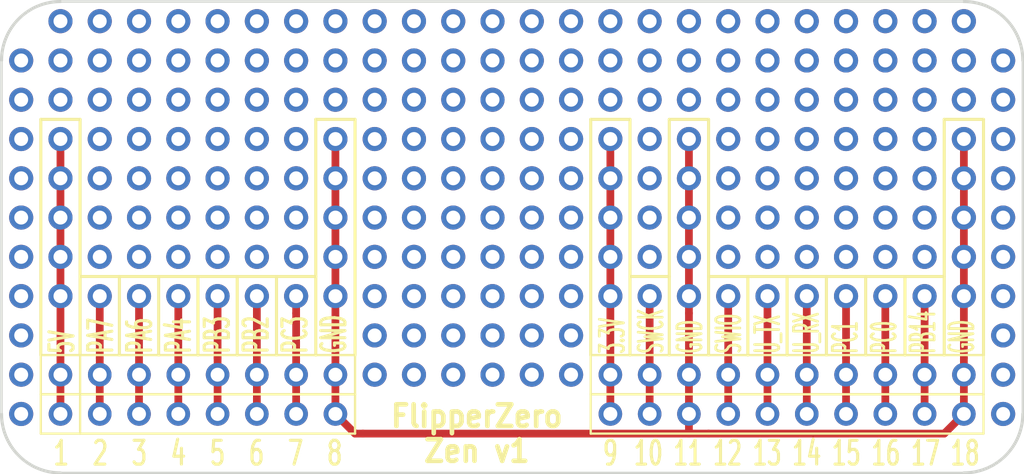
<source format=kicad_pcb>
(kicad_pcb (version 20171130) (host pcbnew 5.0.2-bee76a0~70~ubuntu18.04.1)

  (general
    (thickness 1.6)
    (drawings 42)
    (tracks 69)
    (zones 0)
    (modules 226)
    (nets 18)
  )

  (page A4)
  (layers
    (0 F.Cu signal)
    (31 B.Cu signal)
    (32 B.Adhes user)
    (33 F.Adhes user)
    (34 B.Paste user)
    (35 F.Paste user)
    (36 B.SilkS user)
    (37 F.SilkS user)
    (38 B.Mask user)
    (39 F.Mask user)
    (40 Dwgs.User user)
    (41 Cmts.User user)
    (42 Eco1.User user)
    (43 Eco2.User user)
    (44 Edge.Cuts user)
    (45 Margin user)
    (46 B.CrtYd user)
    (47 F.CrtYd user)
    (48 B.Fab user hide)
    (49 F.Fab user hide)
  )

  (setup
    (last_trace_width 0.5)
    (user_trace_width 0.25)
    (user_trace_width 0.3)
    (user_trace_width 0.4)
    (user_trace_width 0.5)
    (user_trace_width 0.6)
    (user_trace_width 0.8)
    (user_trace_width 1)
    (trace_clearance 0.2)
    (zone_clearance 0.508)
    (zone_45_only no)
    (trace_min 0.3)
    (segment_width 0.2)
    (edge_width 0.2)
    (via_size 0.8)
    (via_drill 0.4)
    (via_min_size 0.4)
    (via_min_drill 0.3)
    (user_via 0.7 0.3)
    (uvia_size 0.3)
    (uvia_drill 0.1)
    (uvias_allowed no)
    (uvia_min_size 0.2)
    (uvia_min_drill 0.1)
    (pcb_text_width 0.3)
    (pcb_text_size 1.5 1.5)
    (mod_edge_width 0.15)
    (mod_text_size 1 1)
    (mod_text_width 0.15)
    (pad_size 1.56 1.56)
    (pad_drill 0.9)
    (pad_to_mask_clearance 0.051)
    (solder_mask_min_width 0.25)
    (aux_axis_origin 0 0)
    (grid_origin 63.5 76.2)
    (visible_elements FFFFFF7F)
    (pcbplotparams
      (layerselection 0x010fc_ffffffff)
      (usegerberextensions false)
      (usegerberattributes false)
      (usegerberadvancedattributes false)
      (creategerberjobfile false)
      (excludeedgelayer true)
      (linewidth 0.100000)
      (plotframeref false)
      (viasonmask false)
      (mode 1)
      (useauxorigin false)
      (hpglpennumber 1)
      (hpglpenspeed 20)
      (hpglpendiameter 15.000000)
      (psnegative false)
      (psa4output false)
      (plotreference true)
      (plotvalue true)
      (plotinvisibletext false)
      (padsonsilk false)
      (subtractmaskfromsilk false)
      (outputformat 1)
      (mirror false)
      (drillshape 0)
      (scaleselection 1)
      (outputdirectory "gerbers"))
  )

  (net 0 "")
  (net 1 /5V)
  (net 2 /3.3V)
  (net 3 GND)
  (net 4 /PB14)
  (net 5 /PC0)
  (net 6 /PC1)
  (net 7 /UART_RX)
  (net 8 /UART_TX)
  (net 9 /SWDIO)
  (net 10 /SWCLK)
  (net 11 /PC3)
  (net 12 /PB2)
  (net 13 /SWO)
  (net 14 /PA4)
  (net 15 /PA6)
  (net 16 /PA7)
  (net 17 "Net-(X1-Pad1)")

  (net_class Default "This is the default net class."
    (clearance 0.2)
    (trace_width 0.3)
    (via_dia 0.8)
    (via_drill 0.4)
    (uvia_dia 0.3)
    (uvia_drill 0.1)
    (add_net /3.3V)
    (add_net /5V)
    (add_net /PA4)
    (add_net /PA6)
    (add_net /PA7)
    (add_net /PB14)
    (add_net /PB2)
    (add_net /PC0)
    (add_net /PC1)
    (add_net /PC3)
    (add_net /SWCLK)
    (add_net /SWDIO)
    (add_net /SWO)
    (add_net /UART_RX)
    (add_net /UART_TX)
    (add_net GND)
    (add_net "Net-(X1-Pad1)")
  )

  (module lomalkin_kicad_footprints:Flipper-SolderPad (layer F.Cu) (tedit 5FEB9344) (tstamp 5FEBEA6C)
    (at 96.52 73.66)
    (path /5FE7B9E9)
    (fp_text reference X1 (at 0 1.27) (layer F.SilkS) hide
      (effects (font (size 1 1) (thickness 0.15)))
    )
    (fp_text value SolderPad (at 0 -1.27) (layer F.Fab) hide
      (effects (font (size 1 1) (thickness 0.15)))
    )
    (fp_circle (center 0 0) (end 0.8 0) (layer F.CrtYd) (width 0.1))
    (pad 1 thru_hole circle (at 0 0) (size 1.56 1.56) (drill 0.9) (layers *.Cu *.Mask))
  )

  (module lomalkin_kicad_footprints:Flipper-SolderPad (layer F.Cu) (tedit 5FEB9344) (tstamp 5FEBEA62)
    (at 93.98 73.66)
    (path /5FE7B9E9)
    (fp_text reference X1 (at 0 1.27) (layer F.SilkS) hide
      (effects (font (size 1 1) (thickness 0.15)))
    )
    (fp_text value SolderPad (at 0 -1.27) (layer F.Fab) hide
      (effects (font (size 1 1) (thickness 0.15)))
    )
    (fp_circle (center 0 0) (end 0.8 0) (layer F.CrtYd) (width 0.1))
    (pad 1 thru_hole circle (at 0 0) (size 1.56 1.56) (drill 0.9) (layers *.Cu *.Mask))
  )

  (module lomalkin_kicad_footprints:Flipper-SolderPad (layer F.Cu) (tedit 5FEB9344) (tstamp 5FEBEA58)
    (at 91.44 73.66)
    (path /5FE7B9E9)
    (fp_text reference X1 (at 0 1.27) (layer F.SilkS) hide
      (effects (font (size 1 1) (thickness 0.15)))
    )
    (fp_text value SolderPad (at 0 -1.27) (layer F.Fab) hide
      (effects (font (size 1 1) (thickness 0.15)))
    )
    (fp_circle (center 0 0) (end 0.8 0) (layer F.CrtYd) (width 0.1))
    (pad 1 thru_hole circle (at 0 0) (size 1.56 1.56) (drill 0.9) (layers *.Cu *.Mask))
  )

  (module lomalkin_kicad_footprints:Flipper-SolderPad (layer F.Cu) (tedit 5FEB9344) (tstamp 5FEBEA4E)
    (at 88.9 73.66)
    (path /5FE7B9E9)
    (fp_text reference X1 (at 0 1.27) (layer F.SilkS) hide
      (effects (font (size 1 1) (thickness 0.15)))
    )
    (fp_text value SolderPad (at 0 -1.27) (layer F.Fab) hide
      (effects (font (size 1 1) (thickness 0.15)))
    )
    (fp_circle (center 0 0) (end 0.8 0) (layer F.CrtYd) (width 0.1))
    (pad 1 thru_hole circle (at 0 0) (size 1.56 1.56) (drill 0.9) (layers *.Cu *.Mask))
  )

  (module lomalkin_kicad_footprints:Flipper-SolderPad (layer F.Cu) (tedit 5FEB9344) (tstamp 5FEBEA44)
    (at 86.36 73.66)
    (path /5FE7B9E9)
    (fp_text reference X1 (at 0 1.27) (layer F.SilkS) hide
      (effects (font (size 1 1) (thickness 0.15)))
    )
    (fp_text value SolderPad (at 0 -1.27) (layer F.Fab) hide
      (effects (font (size 1 1) (thickness 0.15)))
    )
    (fp_circle (center 0 0) (end 0.8 0) (layer F.CrtYd) (width 0.1))
    (pad 1 thru_hole circle (at 0 0) (size 1.56 1.56) (drill 0.9) (layers *.Cu *.Mask))
  )

  (module lomalkin_kicad_footprints:Flipper-SolderPad (layer F.Cu) (tedit 5FEB9344) (tstamp 5FEBEA3A)
    (at 83.82 73.66)
    (path /5FE7B9E9)
    (fp_text reference X1 (at 0 1.27) (layer F.SilkS) hide
      (effects (font (size 1 1) (thickness 0.15)))
    )
    (fp_text value SolderPad (at 0 -1.27) (layer F.Fab) hide
      (effects (font (size 1 1) (thickness 0.15)))
    )
    (fp_circle (center 0 0) (end 0.8 0) (layer F.CrtYd) (width 0.1))
    (pad 1 thru_hole circle (at 0 0) (size 1.56 1.56) (drill 0.9) (layers *.Cu *.Mask))
  )

  (module lomalkin_kicad_footprints:Flipper-SolderPad (layer F.Cu) (tedit 5FEB9344) (tstamp 5FEBD50E)
    (at 121.92 55.88)
    (path /5FE7B9E9)
    (fp_text reference X1 (at 0 1.27) (layer F.SilkS) hide
      (effects (font (size 1 1) (thickness 0.15)))
    )
    (fp_text value SolderPad (at 0 -1.27) (layer F.Fab) hide
      (effects (font (size 1 1) (thickness 0.15)))
    )
    (fp_circle (center 0 0) (end 0.8 0) (layer F.CrtYd) (width 0.1))
    (pad 1 thru_hole circle (at 0 0) (size 1.56 1.56) (drill 0.9) (layers *.Cu *.Mask))
  )

  (module lomalkin_kicad_footprints:Flipper-SolderPad (layer F.Cu) (tedit 5FEB9344) (tstamp 5FEBD4FA)
    (at 121.92 50.8)
    (path /5FE7B9E9)
    (fp_text reference X1 (at 0 1.27) (layer F.SilkS) hide
      (effects (font (size 1 1) (thickness 0.15)))
    )
    (fp_text value SolderPad (at 0 -1.27) (layer F.Fab) hide
      (effects (font (size 1 1) (thickness 0.15)))
    )
    (fp_circle (center 0 0) (end 0.8 0) (layer F.CrtYd) (width 0.1))
    (pad 1 thru_hole circle (at 0 0) (size 1.56 1.56) (drill 0.9) (layers *.Cu *.Mask))
  )

  (module lomalkin_kicad_footprints:Flipper-SolderPad (layer F.Cu) (tedit 5FEB9344) (tstamp 5FEBD4DC)
    (at 121.92 53.34)
    (path /5FE7B9E9)
    (fp_text reference X1 (at 0 1.27) (layer F.SilkS) hide
      (effects (font (size 1 1) (thickness 0.15)))
    )
    (fp_text value SolderPad (at 0 -1.27) (layer F.Fab) hide
      (effects (font (size 1 1) (thickness 0.15)))
    )
    (fp_circle (center 0 0) (end 0.8 0) (layer F.CrtYd) (width 0.1))
    (pad 1 thru_hole circle (at 0 0) (size 1.56 1.56) (drill 0.9) (layers *.Cu *.Mask))
  )

  (module lomalkin_kicad_footprints:Flipper-SolderPad (layer F.Cu) (tedit 5FEB9344) (tstamp 5FEBD4D2)
    (at 124.46 55.88)
    (path /5FE7B9E9)
    (fp_text reference X1 (at 0 1.27) (layer F.SilkS) hide
      (effects (font (size 1 1) (thickness 0.15)))
    )
    (fp_text value SolderPad (at 0 -1.27) (layer F.Fab) hide
      (effects (font (size 1 1) (thickness 0.15)))
    )
    (fp_circle (center 0 0) (end 0.8 0) (layer F.CrtYd) (width 0.1))
    (pad 1 thru_hole circle (at 0 0) (size 1.56 1.56) (drill 0.9) (layers *.Cu *.Mask))
  )

  (module lomalkin_kicad_footprints:Flipper-SolderPad (layer F.Cu) (tedit 5FEB9344) (tstamp 5FEBD4C8)
    (at 124.46 53.34)
    (path /5FE7B9E9)
    (fp_text reference X1 (at 0 1.27) (layer F.SilkS) hide
      (effects (font (size 1 1) (thickness 0.15)))
    )
    (fp_text value SolderPad (at 0 -1.27) (layer F.Fab) hide
      (effects (font (size 1 1) (thickness 0.15)))
    )
    (fp_circle (center 0 0) (end 0.8 0) (layer F.CrtYd) (width 0.1))
    (pad 1 thru_hole circle (at 0 0) (size 1.56 1.56) (drill 0.9) (layers *.Cu *.Mask))
  )

  (module lomalkin_kicad_footprints:Flipper-SolderPad (layer F.Cu) (tedit 5FEB9344) (tstamp 5FEBD43C)
    (at 119.38 50.8)
    (path /5FE7B9E9)
    (fp_text reference X1 (at 0 1.27) (layer F.SilkS) hide
      (effects (font (size 1 1) (thickness 0.15)))
    )
    (fp_text value SolderPad (at 0 -1.27) (layer F.Fab) hide
      (effects (font (size 1 1) (thickness 0.15)))
    )
    (fp_circle (center 0 0) (end 0.8 0) (layer F.CrtYd) (width 0.1))
    (pad 1 thru_hole circle (at 0 0) (size 1.56 1.56) (drill 0.9) (layers *.Cu *.Mask))
  )

  (module lomalkin_kicad_footprints:Flipper-SolderPad (layer F.Cu) (tedit 5FEB9344) (tstamp 5FEBD437)
    (at 119.38 53.34)
    (path /5FE7B9E9)
    (fp_text reference X1 (at 0 1.27) (layer F.SilkS) hide
      (effects (font (size 1 1) (thickness 0.15)))
    )
    (fp_text value SolderPad (at 0 -1.27) (layer F.Fab) hide
      (effects (font (size 1 1) (thickness 0.15)))
    )
    (fp_circle (center 0 0) (end 0.8 0) (layer F.CrtYd) (width 0.1))
    (pad 1 thru_hole circle (at 0 0) (size 1.56 1.56) (drill 0.9) (layers *.Cu *.Mask))
  )

  (module lomalkin_kicad_footprints:Flipper-SolderPad (layer F.Cu) (tedit 5FEB9344) (tstamp 5FEBD432)
    (at 111.76 53.34)
    (path /5FE7B9E9)
    (fp_text reference X1 (at 0 1.27) (layer F.SilkS) hide
      (effects (font (size 1 1) (thickness 0.15)))
    )
    (fp_text value SolderPad (at 0 -1.27) (layer F.Fab) hide
      (effects (font (size 1 1) (thickness 0.15)))
    )
    (fp_circle (center 0 0) (end 0.8 0) (layer F.CrtYd) (width 0.1))
    (pad 1 thru_hole circle (at 0 0) (size 1.56 1.56) (drill 0.9) (layers *.Cu *.Mask))
  )

  (module lomalkin_kicad_footprints:Flipper-SolderPad (layer F.Cu) (tedit 5FEB9344) (tstamp 5FEBD42D)
    (at 116.84 55.88)
    (path /5FE7B9E9)
    (fp_text reference X1 (at 0 1.27) (layer F.SilkS) hide
      (effects (font (size 1 1) (thickness 0.15)))
    )
    (fp_text value SolderPad (at 0 -1.27) (layer F.Fab) hide
      (effects (font (size 1 1) (thickness 0.15)))
    )
    (fp_circle (center 0 0) (end 0.8 0) (layer F.CrtYd) (width 0.1))
    (pad 1 thru_hole circle (at 0 0) (size 1.56 1.56) (drill 0.9) (layers *.Cu *.Mask))
  )

  (module lomalkin_kicad_footprints:Flipper-SolderPad (layer F.Cu) (tedit 5FEB9344) (tstamp 5FEBD428)
    (at 116.84 53.34)
    (path /5FE7B9E9)
    (fp_text reference X1 (at 0 1.27) (layer F.SilkS) hide
      (effects (font (size 1 1) (thickness 0.15)))
    )
    (fp_text value SolderPad (at 0 -1.27) (layer F.Fab) hide
      (effects (font (size 1 1) (thickness 0.15)))
    )
    (fp_circle (center 0 0) (end 0.8 0) (layer F.CrtYd) (width 0.1))
    (pad 1 thru_hole circle (at 0 0) (size 1.56 1.56) (drill 0.9) (layers *.Cu *.Mask))
  )

  (module lomalkin_kicad_footprints:Flipper-SolderPad (layer F.Cu) (tedit 5FEB9344) (tstamp 5FEBD423)
    (at 106.68 55.88)
    (path /5FE7B9E9)
    (fp_text reference X1 (at 0 1.27) (layer F.SilkS) hide
      (effects (font (size 1 1) (thickness 0.15)))
    )
    (fp_text value SolderPad (at 0 -1.27) (layer F.Fab) hide
      (effects (font (size 1 1) (thickness 0.15)))
    )
    (fp_circle (center 0 0) (end 0.8 0) (layer F.CrtYd) (width 0.1))
    (pad 1 thru_hole circle (at 0 0) (size 1.56 1.56) (drill 0.9) (layers *.Cu *.Mask))
  )

  (module lomalkin_kicad_footprints:Flipper-SolderPad (layer F.Cu) (tedit 5FEB9344) (tstamp 5FEBD41E)
    (at 114.3 55.88)
    (path /5FE7B9E9)
    (fp_text reference X1 (at 0 1.27) (layer F.SilkS) hide
      (effects (font (size 1 1) (thickness 0.15)))
    )
    (fp_text value SolderPad (at 0 -1.27) (layer F.Fab) hide
      (effects (font (size 1 1) (thickness 0.15)))
    )
    (fp_circle (center 0 0) (end 0.8 0) (layer F.CrtYd) (width 0.1))
    (pad 1 thru_hole circle (at 0 0) (size 1.56 1.56) (drill 0.9) (layers *.Cu *.Mask))
  )

  (module lomalkin_kicad_footprints:Flipper-SolderPad (layer F.Cu) (tedit 5FEB9344) (tstamp 5FEBD419)
    (at 109.22 50.8)
    (path /5FE7B9E9)
    (fp_text reference X1 (at 0 1.27) (layer F.SilkS) hide
      (effects (font (size 1 1) (thickness 0.15)))
    )
    (fp_text value SolderPad (at 0 -1.27) (layer F.Fab) hide
      (effects (font (size 1 1) (thickness 0.15)))
    )
    (fp_circle (center 0 0) (end 0.8 0) (layer F.CrtYd) (width 0.1))
    (pad 1 thru_hole circle (at 0 0) (size 1.56 1.56) (drill 0.9) (layers *.Cu *.Mask))
  )

  (module lomalkin_kicad_footprints:Flipper-SolderPad (layer F.Cu) (tedit 5FEB9344) (tstamp 5FEBD40A)
    (at 106.68 53.34)
    (path /5FE7B9E9)
    (fp_text reference X1 (at 0 1.27) (layer F.SilkS) hide
      (effects (font (size 1 1) (thickness 0.15)))
    )
    (fp_text value SolderPad (at 0 -1.27) (layer F.Fab) hide
      (effects (font (size 1 1) (thickness 0.15)))
    )
    (fp_circle (center 0 0) (end 0.8 0) (layer F.CrtYd) (width 0.1))
    (pad 1 thru_hole circle (at 0 0) (size 1.56 1.56) (drill 0.9) (layers *.Cu *.Mask))
  )

  (module lomalkin_kicad_footprints:Flipper-SolderPad (layer F.Cu) (tedit 5FEB9344) (tstamp 5FEBD405)
    (at 116.84 50.8)
    (path /5FE7B9E9)
    (fp_text reference X1 (at 0 1.27) (layer F.SilkS) hide
      (effects (font (size 1 1) (thickness 0.15)))
    )
    (fp_text value SolderPad (at 0 -1.27) (layer F.Fab) hide
      (effects (font (size 1 1) (thickness 0.15)))
    )
    (fp_circle (center 0 0) (end 0.8 0) (layer F.CrtYd) (width 0.1))
    (pad 1 thru_hole circle (at 0 0) (size 1.56 1.56) (drill 0.9) (layers *.Cu *.Mask))
  )

  (module lomalkin_kicad_footprints:Flipper-SolderPad (layer F.Cu) (tedit 5FEB9344) (tstamp 5FEBD3FB)
    (at 106.68 50.8)
    (path /5FE7B9E9)
    (fp_text reference X1 (at 0 1.27) (layer F.SilkS) hide
      (effects (font (size 1 1) (thickness 0.15)))
    )
    (fp_text value SolderPad (at 0 -1.27) (layer F.Fab) hide
      (effects (font (size 1 1) (thickness 0.15)))
    )
    (fp_circle (center 0 0) (end 0.8 0) (layer F.CrtYd) (width 0.1))
    (pad 1 thru_hole circle (at 0 0) (size 1.56 1.56) (drill 0.9) (layers *.Cu *.Mask))
  )

  (module lomalkin_kicad_footprints:Flipper-SolderPad (layer F.Cu) (tedit 5FEB9344) (tstamp 5FEBD3F6)
    (at 109.22 55.88)
    (path /5FE7B9E9)
    (fp_text reference X1 (at 0 1.27) (layer F.SilkS) hide
      (effects (font (size 1 1) (thickness 0.15)))
    )
    (fp_text value SolderPad (at 0 -1.27) (layer F.Fab) hide
      (effects (font (size 1 1) (thickness 0.15)))
    )
    (fp_circle (center 0 0) (end 0.8 0) (layer F.CrtYd) (width 0.1))
    (pad 1 thru_hole circle (at 0 0) (size 1.56 1.56) (drill 0.9) (layers *.Cu *.Mask))
  )

  (module lomalkin_kicad_footprints:Flipper-SolderPad (layer F.Cu) (tedit 5FEB9344) (tstamp 5FEBD3F1)
    (at 119.38 55.88)
    (path /5FE7B9E9)
    (fp_text reference X1 (at 0 1.27) (layer F.SilkS) hide
      (effects (font (size 1 1) (thickness 0.15)))
    )
    (fp_text value SolderPad (at 0 -1.27) (layer F.Fab) hide
      (effects (font (size 1 1) (thickness 0.15)))
    )
    (fp_circle (center 0 0) (end 0.8 0) (layer F.CrtYd) (width 0.1))
    (pad 1 thru_hole circle (at 0 0) (size 1.56 1.56) (drill 0.9) (layers *.Cu *.Mask))
  )

  (module lomalkin_kicad_footprints:Flipper-SolderPad (layer F.Cu) (tedit 5FEB9344) (tstamp 5FEBD3E7)
    (at 111.76 55.88)
    (path /5FE7B9E9)
    (fp_text reference X1 (at 0 1.27) (layer F.SilkS) hide
      (effects (font (size 1 1) (thickness 0.15)))
    )
    (fp_text value SolderPad (at 0 -1.27) (layer F.Fab) hide
      (effects (font (size 1 1) (thickness 0.15)))
    )
    (fp_circle (center 0 0) (end 0.8 0) (layer F.CrtYd) (width 0.1))
    (pad 1 thru_hole circle (at 0 0) (size 1.56 1.56) (drill 0.9) (layers *.Cu *.Mask))
  )

  (module lomalkin_kicad_footprints:Flipper-SolderPad (layer F.Cu) (tedit 5FEB9344) (tstamp 5FEBD3DD)
    (at 114.3 50.8)
    (path /5FE7B9E9)
    (fp_text reference X1 (at 0 1.27) (layer F.SilkS) hide
      (effects (font (size 1 1) (thickness 0.15)))
    )
    (fp_text value SolderPad (at 0 -1.27) (layer F.Fab) hide
      (effects (font (size 1 1) (thickness 0.15)))
    )
    (fp_circle (center 0 0) (end 0.8 0) (layer F.CrtYd) (width 0.1))
    (pad 1 thru_hole circle (at 0 0) (size 1.56 1.56) (drill 0.9) (layers *.Cu *.Mask))
  )

  (module lomalkin_kicad_footprints:Flipper-SolderPad (layer F.Cu) (tedit 5FEB9344) (tstamp 5FEBD3D3)
    (at 109.22 53.34)
    (path /5FE7B9E9)
    (fp_text reference X1 (at 0 1.27) (layer F.SilkS) hide
      (effects (font (size 1 1) (thickness 0.15)))
    )
    (fp_text value SolderPad (at 0 -1.27) (layer F.Fab) hide
      (effects (font (size 1 1) (thickness 0.15)))
    )
    (fp_circle (center 0 0) (end 0.8 0) (layer F.CrtYd) (width 0.1))
    (pad 1 thru_hole circle (at 0 0) (size 1.56 1.56) (drill 0.9) (layers *.Cu *.Mask))
  )

  (module lomalkin_kicad_footprints:Flipper-SolderPad (layer F.Cu) (tedit 5FEB9344) (tstamp 5FEBD3CE)
    (at 114.3 53.34)
    (path /5FE7B9E9)
    (fp_text reference X1 (at 0 1.27) (layer F.SilkS) hide
      (effects (font (size 1 1) (thickness 0.15)))
    )
    (fp_text value SolderPad (at 0 -1.27) (layer F.Fab) hide
      (effects (font (size 1 1) (thickness 0.15)))
    )
    (fp_circle (center 0 0) (end 0.8 0) (layer F.CrtYd) (width 0.1))
    (pad 1 thru_hole circle (at 0 0) (size 1.56 1.56) (drill 0.9) (layers *.Cu *.Mask))
  )

  (module lomalkin_kicad_footprints:Flipper-SolderPad (layer F.Cu) (tedit 5FEB9344) (tstamp 5FEBD3C9)
    (at 111.76 50.8)
    (path /5FE7B9E9)
    (fp_text reference X1 (at 0 1.27) (layer F.SilkS) hide
      (effects (font (size 1 1) (thickness 0.15)))
    )
    (fp_text value SolderPad (at 0 -1.27) (layer F.Fab) hide
      (effects (font (size 1 1) (thickness 0.15)))
    )
    (fp_circle (center 0 0) (end 0.8 0) (layer F.CrtYd) (width 0.1))
    (pad 1 thru_hole circle (at 0 0) (size 1.56 1.56) (drill 0.9) (layers *.Cu *.Mask))
  )

  (module lomalkin_kicad_footprints:Flipper-SolderPad (layer F.Cu) (tedit 5FEB9344) (tstamp 5FEBD347)
    (at 99.06 50.8)
    (path /5FE7B9E9)
    (fp_text reference X1 (at 0 1.27) (layer F.SilkS) hide
      (effects (font (size 1 1) (thickness 0.15)))
    )
    (fp_text value SolderPad (at 0 -1.27) (layer F.Fab) hide
      (effects (font (size 1 1) (thickness 0.15)))
    )
    (fp_circle (center 0 0) (end 0.8 0) (layer F.CrtYd) (width 0.1))
    (pad 1 thru_hole circle (at 0 0) (size 1.56 1.56) (drill 0.9) (layers *.Cu *.Mask))
  )

  (module lomalkin_kicad_footprints:Flipper-SolderPad (layer F.Cu) (tedit 5FEB9344) (tstamp 5FEBD33D)
    (at 93.98 53.34)
    (path /5FE7B9E9)
    (fp_text reference X1 (at 0 1.27) (layer F.SilkS) hide
      (effects (font (size 1 1) (thickness 0.15)))
    )
    (fp_text value SolderPad (at 0 -1.27) (layer F.Fab) hide
      (effects (font (size 1 1) (thickness 0.15)))
    )
    (fp_circle (center 0 0) (end 0.8 0) (layer F.CrtYd) (width 0.1))
    (pad 1 thru_hole circle (at 0 0) (size 1.56 1.56) (drill 0.9) (layers *.Cu *.Mask))
  )

  (module lomalkin_kicad_footprints:Flipper-SolderPad (layer F.Cu) (tedit 5FEB9344) (tstamp 5FEBD338)
    (at 104.14 55.88)
    (path /5FE7B9E9)
    (fp_text reference X1 (at 0 1.27) (layer F.SilkS) hide
      (effects (font (size 1 1) (thickness 0.15)))
    )
    (fp_text value SolderPad (at 0 -1.27) (layer F.Fab) hide
      (effects (font (size 1 1) (thickness 0.15)))
    )
    (fp_circle (center 0 0) (end 0.8 0) (layer F.CrtYd) (width 0.1))
    (pad 1 thru_hole circle (at 0 0) (size 1.56 1.56) (drill 0.9) (layers *.Cu *.Mask))
  )

  (module lomalkin_kicad_footprints:Flipper-SolderPad (layer F.Cu) (tedit 5FEB9344) (tstamp 5FEBD32E)
    (at 96.52 55.88)
    (path /5FE7B9E9)
    (fp_text reference X1 (at 0 1.27) (layer F.SilkS) hide
      (effects (font (size 1 1) (thickness 0.15)))
    )
    (fp_text value SolderPad (at 0 -1.27) (layer F.Fab) hide
      (effects (font (size 1 1) (thickness 0.15)))
    )
    (fp_circle (center 0 0) (end 0.8 0) (layer F.CrtYd) (width 0.1))
    (pad 1 thru_hole circle (at 0 0) (size 1.56 1.56) (drill 0.9) (layers *.Cu *.Mask))
  )

  (module lomalkin_kicad_footprints:Flipper-SolderPad (layer F.Cu) (tedit 5FEB9344) (tstamp 5FEBD329)
    (at 101.6 55.88)
    (path /5FE7B9E9)
    (fp_text reference X1 (at 0 1.27) (layer F.SilkS) hide
      (effects (font (size 1 1) (thickness 0.15)))
    )
    (fp_text value SolderPad (at 0 -1.27) (layer F.Fab) hide
      (effects (font (size 1 1) (thickness 0.15)))
    )
    (fp_circle (center 0 0) (end 0.8 0) (layer F.CrtYd) (width 0.1))
    (pad 1 thru_hole circle (at 0 0) (size 1.56 1.56) (drill 0.9) (layers *.Cu *.Mask))
  )

  (module lomalkin_kicad_footprints:Flipper-SolderPad (layer F.Cu) (tedit 5FEB9344) (tstamp 5FEBD324)
    (at 101.6 53.34)
    (path /5FE7B9E9)
    (fp_text reference X1 (at 0 1.27) (layer F.SilkS) hide
      (effects (font (size 1 1) (thickness 0.15)))
    )
    (fp_text value SolderPad (at 0 -1.27) (layer F.Fab) hide
      (effects (font (size 1 1) (thickness 0.15)))
    )
    (fp_circle (center 0 0) (end 0.8 0) (layer F.CrtYd) (width 0.1))
    (pad 1 thru_hole circle (at 0 0) (size 1.56 1.56) (drill 0.9) (layers *.Cu *.Mask))
  )

  (module lomalkin_kicad_footprints:Flipper-SolderPad (layer F.Cu) (tedit 5FEB9344) (tstamp 5FEBD31F)
    (at 91.44 55.88)
    (path /5FE7B9E9)
    (fp_text reference X1 (at 0 1.27) (layer F.SilkS) hide
      (effects (font (size 1 1) (thickness 0.15)))
    )
    (fp_text value SolderPad (at 0 -1.27) (layer F.Fab) hide
      (effects (font (size 1 1) (thickness 0.15)))
    )
    (fp_circle (center 0 0) (end 0.8 0) (layer F.CrtYd) (width 0.1))
    (pad 1 thru_hole circle (at 0 0) (size 1.56 1.56) (drill 0.9) (layers *.Cu *.Mask))
  )

  (module lomalkin_kicad_footprints:Flipper-SolderPad (layer F.Cu) (tedit 5FEB9344) (tstamp 5FEBD31A)
    (at 99.06 55.88)
    (path /5FE7B9E9)
    (fp_text reference X1 (at 0 1.27) (layer F.SilkS) hide
      (effects (font (size 1 1) (thickness 0.15)))
    )
    (fp_text value SolderPad (at 0 -1.27) (layer F.Fab) hide
      (effects (font (size 1 1) (thickness 0.15)))
    )
    (fp_circle (center 0 0) (end 0.8 0) (layer F.CrtYd) (width 0.1))
    (pad 1 thru_hole circle (at 0 0) (size 1.56 1.56) (drill 0.9) (layers *.Cu *.Mask))
  )

  (module lomalkin_kicad_footprints:Flipper-SolderPad (layer F.Cu) (tedit 5FEB9344) (tstamp 5FEBD315)
    (at 93.98 50.8)
    (path /5FE7B9E9)
    (fp_text reference X1 (at 0 1.27) (layer F.SilkS) hide
      (effects (font (size 1 1) (thickness 0.15)))
    )
    (fp_text value SolderPad (at 0 -1.27) (layer F.Fab) hide
      (effects (font (size 1 1) (thickness 0.15)))
    )
    (fp_circle (center 0 0) (end 0.8 0) (layer F.CrtYd) (width 0.1))
    (pad 1 thru_hole circle (at 0 0) (size 1.56 1.56) (drill 0.9) (layers *.Cu *.Mask))
  )

  (module lomalkin_kicad_footprints:Flipper-SolderPad (layer F.Cu) (tedit 5FEB9344) (tstamp 5FEBD30B)
    (at 91.44 53.34)
    (path /5FE7B9E9)
    (fp_text reference X1 (at 0 1.27) (layer F.SilkS) hide
      (effects (font (size 1 1) (thickness 0.15)))
    )
    (fp_text value SolderPad (at 0 -1.27) (layer F.Fab) hide
      (effects (font (size 1 1) (thickness 0.15)))
    )
    (fp_circle (center 0 0) (end 0.8 0) (layer F.CrtYd) (width 0.1))
    (pad 1 thru_hole circle (at 0 0) (size 1.56 1.56) (drill 0.9) (layers *.Cu *.Mask))
  )

  (module lomalkin_kicad_footprints:Flipper-SolderPad (layer F.Cu) (tedit 5FEB9344) (tstamp 5FEBD306)
    (at 104.14 50.8)
    (path /5FE7B9E9)
    (fp_text reference X1 (at 0 1.27) (layer F.SilkS) hide
      (effects (font (size 1 1) (thickness 0.15)))
    )
    (fp_text value SolderPad (at 0 -1.27) (layer F.Fab) hide
      (effects (font (size 1 1) (thickness 0.15)))
    )
    (fp_circle (center 0 0) (end 0.8 0) (layer F.CrtYd) (width 0.1))
    (pad 1 thru_hole circle (at 0 0) (size 1.56 1.56) (drill 0.9) (layers *.Cu *.Mask))
  )

  (module lomalkin_kicad_footprints:Flipper-SolderPad (layer F.Cu) (tedit 5FEB9344) (tstamp 5FEBD301)
    (at 104.14 53.34)
    (path /5FE7B9E9)
    (fp_text reference X1 (at 0 1.27) (layer F.SilkS) hide
      (effects (font (size 1 1) (thickness 0.15)))
    )
    (fp_text value SolderPad (at 0 -1.27) (layer F.Fab) hide
      (effects (font (size 1 1) (thickness 0.15)))
    )
    (fp_circle (center 0 0) (end 0.8 0) (layer F.CrtYd) (width 0.1))
    (pad 1 thru_hole circle (at 0 0) (size 1.56 1.56) (drill 0.9) (layers *.Cu *.Mask))
  )

  (module lomalkin_kicad_footprints:Flipper-SolderPad (layer F.Cu) (tedit 5FEB9344) (tstamp 5FEBD2FC)
    (at 93.98 55.88)
    (path /5FE7B9E9)
    (fp_text reference X1 (at 0 1.27) (layer F.SilkS) hide
      (effects (font (size 1 1) (thickness 0.15)))
    )
    (fp_text value SolderPad (at 0 -1.27) (layer F.Fab) hide
      (effects (font (size 1 1) (thickness 0.15)))
    )
    (fp_circle (center 0 0) (end 0.8 0) (layer F.CrtYd) (width 0.1))
    (pad 1 thru_hole circle (at 0 0) (size 1.56 1.56) (drill 0.9) (layers *.Cu *.Mask))
  )

  (module lomalkin_kicad_footprints:Flipper-SolderPad (layer F.Cu) (tedit 5FEB9344) (tstamp 5FEBD2F2)
    (at 99.06 53.34)
    (path /5FE7B9E9)
    (fp_text reference X1 (at 0 1.27) (layer F.SilkS) hide
      (effects (font (size 1 1) (thickness 0.15)))
    )
    (fp_text value SolderPad (at 0 -1.27) (layer F.Fab) hide
      (effects (font (size 1 1) (thickness 0.15)))
    )
    (fp_circle (center 0 0) (end 0.8 0) (layer F.CrtYd) (width 0.1))
    (pad 1 thru_hole circle (at 0 0) (size 1.56 1.56) (drill 0.9) (layers *.Cu *.Mask))
  )

  (module lomalkin_kicad_footprints:Flipper-SolderPad (layer F.Cu) (tedit 5FEB9344) (tstamp 5FEBD2ED)
    (at 96.52 53.34)
    (path /5FE7B9E9)
    (fp_text reference X1 (at 0 1.27) (layer F.SilkS) hide
      (effects (font (size 1 1) (thickness 0.15)))
    )
    (fp_text value SolderPad (at 0 -1.27) (layer F.Fab) hide
      (effects (font (size 1 1) (thickness 0.15)))
    )
    (fp_circle (center 0 0) (end 0.8 0) (layer F.CrtYd) (width 0.1))
    (pad 1 thru_hole circle (at 0 0) (size 1.56 1.56) (drill 0.9) (layers *.Cu *.Mask))
  )

  (module lomalkin_kicad_footprints:Flipper-SolderPad (layer F.Cu) (tedit 5FEB9344) (tstamp 5FEBD2E3)
    (at 91.44 50.8)
    (path /5FE7B9E9)
    (fp_text reference X1 (at 0 1.27) (layer F.SilkS) hide
      (effects (font (size 1 1) (thickness 0.15)))
    )
    (fp_text value SolderPad (at 0 -1.27) (layer F.Fab) hide
      (effects (font (size 1 1) (thickness 0.15)))
    )
    (fp_circle (center 0 0) (end 0.8 0) (layer F.CrtYd) (width 0.1))
    (pad 1 thru_hole circle (at 0 0) (size 1.56 1.56) (drill 0.9) (layers *.Cu *.Mask))
  )

  (module lomalkin_kicad_footprints:Flipper-SolderPad (layer F.Cu) (tedit 5FEB9344) (tstamp 5FEBD2DE)
    (at 101.6 50.8)
    (path /5FE7B9E9)
    (fp_text reference X1 (at 0 1.27) (layer F.SilkS) hide
      (effects (font (size 1 1) (thickness 0.15)))
    )
    (fp_text value SolderPad (at 0 -1.27) (layer F.Fab) hide
      (effects (font (size 1 1) (thickness 0.15)))
    )
    (fp_circle (center 0 0) (end 0.8 0) (layer F.CrtYd) (width 0.1))
    (pad 1 thru_hole circle (at 0 0) (size 1.56 1.56) (drill 0.9) (layers *.Cu *.Mask))
  )

  (module lomalkin_kicad_footprints:Flipper-SolderPad (layer F.Cu) (tedit 5FEB9344) (tstamp 5FEBD2D9)
    (at 96.52 50.8)
    (path /5FE7B9E9)
    (fp_text reference X1 (at 0 1.27) (layer F.SilkS) hide
      (effects (font (size 1 1) (thickness 0.15)))
    )
    (fp_text value SolderPad (at 0 -1.27) (layer F.Fab) hide
      (effects (font (size 1 1) (thickness 0.15)))
    )
    (fp_circle (center 0 0) (end 0.8 0) (layer F.CrtYd) (width 0.1))
    (pad 1 thru_hole circle (at 0 0) (size 1.56 1.56) (drill 0.9) (layers *.Cu *.Mask))
  )

  (module lomalkin_kicad_footprints:Flipper-SolderPad (layer F.Cu) (tedit 5FEB9344) (tstamp 5FEBD257)
    (at 83.82 53.34)
    (path /5FE7B9E9)
    (fp_text reference X1 (at 0 1.27) (layer F.SilkS) hide
      (effects (font (size 1 1) (thickness 0.15)))
    )
    (fp_text value SolderPad (at 0 -1.27) (layer F.Fab) hide
      (effects (font (size 1 1) (thickness 0.15)))
    )
    (fp_circle (center 0 0) (end 0.8 0) (layer F.CrtYd) (width 0.1))
    (pad 1 thru_hole circle (at 0 0) (size 1.56 1.56) (drill 0.9) (layers *.Cu *.Mask))
  )

  (module lomalkin_kicad_footprints:Flipper-SolderPad (layer F.Cu) (tedit 5FEB9344) (tstamp 5FEBD252)
    (at 81.28 53.34)
    (path /5FE7B9E9)
    (fp_text reference X1 (at 0 1.27) (layer F.SilkS) hide
      (effects (font (size 1 1) (thickness 0.15)))
    )
    (fp_text value SolderPad (at 0 -1.27) (layer F.Fab) hide
      (effects (font (size 1 1) (thickness 0.15)))
    )
    (fp_circle (center 0 0) (end 0.8 0) (layer F.CrtYd) (width 0.1))
    (pad 1 thru_hole circle (at 0 0) (size 1.56 1.56) (drill 0.9) (layers *.Cu *.Mask))
  )

  (module lomalkin_kicad_footprints:Flipper-SolderPad (layer F.Cu) (tedit 5FEB9344) (tstamp 5FEBD248)
    (at 76.2 50.8)
    (path /5FE7B9E9)
    (fp_text reference X1 (at 0 1.27) (layer F.SilkS) hide
      (effects (font (size 1 1) (thickness 0.15)))
    )
    (fp_text value SolderPad (at 0 -1.27) (layer F.Fab) hide
      (effects (font (size 1 1) (thickness 0.15)))
    )
    (fp_circle (center 0 0) (end 0.8 0) (layer F.CrtYd) (width 0.1))
    (pad 1 thru_hole circle (at 0 0) (size 1.56 1.56) (drill 0.9) (layers *.Cu *.Mask))
  )

  (module lomalkin_kicad_footprints:Flipper-SolderPad (layer F.Cu) (tedit 5FEB9344) (tstamp 5FEBD243)
    (at 86.36 50.8)
    (path /5FE7B9E9)
    (fp_text reference X1 (at 0 1.27) (layer F.SilkS) hide
      (effects (font (size 1 1) (thickness 0.15)))
    )
    (fp_text value SolderPad (at 0 -1.27) (layer F.Fab) hide
      (effects (font (size 1 1) (thickness 0.15)))
    )
    (fp_circle (center 0 0) (end 0.8 0) (layer F.CrtYd) (width 0.1))
    (pad 1 thru_hole circle (at 0 0) (size 1.56 1.56) (drill 0.9) (layers *.Cu *.Mask))
  )

  (module lomalkin_kicad_footprints:Flipper-SolderPad (layer F.Cu) (tedit 5FEB9344) (tstamp 5FEBD23E)
    (at 81.28 50.8)
    (path /5FE7B9E9)
    (fp_text reference X1 (at 0 1.27) (layer F.SilkS) hide
      (effects (font (size 1 1) (thickness 0.15)))
    )
    (fp_text value SolderPad (at 0 -1.27) (layer F.Fab) hide
      (effects (font (size 1 1) (thickness 0.15)))
    )
    (fp_circle (center 0 0) (end 0.8 0) (layer F.CrtYd) (width 0.1))
    (pad 1 thru_hole circle (at 0 0) (size 1.56 1.56) (drill 0.9) (layers *.Cu *.Mask))
  )

  (module lomalkin_kicad_footprints:Flipper-SolderPad (layer F.Cu) (tedit 5FEB9344) (tstamp 5FEBD239)
    (at 86.36 55.88)
    (path /5FE7B9E9)
    (fp_text reference X1 (at 0 1.27) (layer F.SilkS) hide
      (effects (font (size 1 1) (thickness 0.15)))
    )
    (fp_text value SolderPad (at 0 -1.27) (layer F.Fab) hide
      (effects (font (size 1 1) (thickness 0.15)))
    )
    (fp_circle (center 0 0) (end 0.8 0) (layer F.CrtYd) (width 0.1))
    (pad 1 thru_hole circle (at 0 0) (size 1.56 1.56) (drill 0.9) (layers *.Cu *.Mask))
  )

  (module lomalkin_kicad_footprints:Flipper-SolderPad (layer F.Cu) (tedit 5FEB9344) (tstamp 5FEBD234)
    (at 86.36 53.34)
    (path /5FE7B9E9)
    (fp_text reference X1 (at 0 1.27) (layer F.SilkS) hide
      (effects (font (size 1 1) (thickness 0.15)))
    )
    (fp_text value SolderPad (at 0 -1.27) (layer F.Fab) hide
      (effects (font (size 1 1) (thickness 0.15)))
    )
    (fp_circle (center 0 0) (end 0.8 0) (layer F.CrtYd) (width 0.1))
    (pad 1 thru_hole circle (at 0 0) (size 1.56 1.56) (drill 0.9) (layers *.Cu *.Mask))
  )

  (module lomalkin_kicad_footprints:Flipper-SolderPad (layer F.Cu) (tedit 5FEB9344) (tstamp 5FEBD22F)
    (at 76.2 55.88)
    (path /5FE7B9E9)
    (fp_text reference X1 (at 0 1.27) (layer F.SilkS) hide
      (effects (font (size 1 1) (thickness 0.15)))
    )
    (fp_text value SolderPad (at 0 -1.27) (layer F.Fab) hide
      (effects (font (size 1 1) (thickness 0.15)))
    )
    (fp_circle (center 0 0) (end 0.8 0) (layer F.CrtYd) (width 0.1))
    (pad 1 thru_hole circle (at 0 0) (size 1.56 1.56) (drill 0.9) (layers *.Cu *.Mask))
  )

  (module lomalkin_kicad_footprints:Flipper-SolderPad (layer F.Cu) (tedit 5FEB9344) (tstamp 5FEBD22A)
    (at 83.82 55.88)
    (path /5FE7B9E9)
    (fp_text reference X1 (at 0 1.27) (layer F.SilkS) hide
      (effects (font (size 1 1) (thickness 0.15)))
    )
    (fp_text value SolderPad (at 0 -1.27) (layer F.Fab) hide
      (effects (font (size 1 1) (thickness 0.15)))
    )
    (fp_circle (center 0 0) (end 0.8 0) (layer F.CrtYd) (width 0.1))
    (pad 1 thru_hole circle (at 0 0) (size 1.56 1.56) (drill 0.9) (layers *.Cu *.Mask))
  )

  (module lomalkin_kicad_footprints:Flipper-SolderPad (layer F.Cu) (tedit 5FEB9344) (tstamp 5FEBD225)
    (at 78.74 50.8)
    (path /5FE7B9E9)
    (fp_text reference X1 (at 0 1.27) (layer F.SilkS) hide
      (effects (font (size 1 1) (thickness 0.15)))
    )
    (fp_text value SolderPad (at 0 -1.27) (layer F.Fab) hide
      (effects (font (size 1 1) (thickness 0.15)))
    )
    (fp_circle (center 0 0) (end 0.8 0) (layer F.CrtYd) (width 0.1))
    (pad 1 thru_hole circle (at 0 0) (size 1.56 1.56) (drill 0.9) (layers *.Cu *.Mask))
  )

  (module lomalkin_kicad_footprints:Flipper-SolderPad (layer F.Cu) (tedit 5FEB9344) (tstamp 5FEBD21B)
    (at 76.2 53.34)
    (path /5FE7B9E9)
    (fp_text reference X1 (at 0 1.27) (layer F.SilkS) hide
      (effects (font (size 1 1) (thickness 0.15)))
    )
    (fp_text value SolderPad (at 0 -1.27) (layer F.Fab) hide
      (effects (font (size 1 1) (thickness 0.15)))
    )
    (fp_circle (center 0 0) (end 0.8 0) (layer F.CrtYd) (width 0.1))
    (pad 1 thru_hole circle (at 0 0) (size 1.56 1.56) (drill 0.9) (layers *.Cu *.Mask))
  )

  (module lomalkin_kicad_footprints:Flipper-SolderPad (layer F.Cu) (tedit 5FEB9344) (tstamp 5FEBD216)
    (at 88.9 50.8)
    (path /5FE7B9E9)
    (fp_text reference X1 (at 0 1.27) (layer F.SilkS) hide
      (effects (font (size 1 1) (thickness 0.15)))
    )
    (fp_text value SolderPad (at 0 -1.27) (layer F.Fab) hide
      (effects (font (size 1 1) (thickness 0.15)))
    )
    (fp_circle (center 0 0) (end 0.8 0) (layer F.CrtYd) (width 0.1))
    (pad 1 thru_hole circle (at 0 0) (size 1.56 1.56) (drill 0.9) (layers *.Cu *.Mask))
  )

  (module lomalkin_kicad_footprints:Flipper-SolderPad (layer F.Cu) (tedit 5FEB9344) (tstamp 5FEBD20C)
    (at 81.28 55.88)
    (path /5FE7B9E9)
    (fp_text reference X1 (at 0 1.27) (layer F.SilkS) hide
      (effects (font (size 1 1) (thickness 0.15)))
    )
    (fp_text value SolderPad (at 0 -1.27) (layer F.Fab) hide
      (effects (font (size 1 1) (thickness 0.15)))
    )
    (fp_circle (center 0 0) (end 0.8 0) (layer F.CrtYd) (width 0.1))
    (pad 1 thru_hole circle (at 0 0) (size 1.56 1.56) (drill 0.9) (layers *.Cu *.Mask))
  )

  (module lomalkin_kicad_footprints:Flipper-SolderPad (layer F.Cu) (tedit 5FEB9344) (tstamp 5FEBD1FD)
    (at 78.74 55.88)
    (path /5FE7B9E9)
    (fp_text reference X1 (at 0 1.27) (layer F.SilkS) hide
      (effects (font (size 1 1) (thickness 0.15)))
    )
    (fp_text value SolderPad (at 0 -1.27) (layer F.Fab) hide
      (effects (font (size 1 1) (thickness 0.15)))
    )
    (fp_circle (center 0 0) (end 0.8 0) (layer F.CrtYd) (width 0.1))
    (pad 1 thru_hole circle (at 0 0) (size 1.56 1.56) (drill 0.9) (layers *.Cu *.Mask))
  )

  (module lomalkin_kicad_footprints:Flipper-SolderPad (layer F.Cu) (tedit 5FEB9344) (tstamp 5FEBD1F8)
    (at 78.74 53.34)
    (path /5FE7B9E9)
    (fp_text reference X1 (at 0 1.27) (layer F.SilkS) hide
      (effects (font (size 1 1) (thickness 0.15)))
    )
    (fp_text value SolderPad (at 0 -1.27) (layer F.Fab) hide
      (effects (font (size 1 1) (thickness 0.15)))
    )
    (fp_circle (center 0 0) (end 0.8 0) (layer F.CrtYd) (width 0.1))
    (pad 1 thru_hole circle (at 0 0) (size 1.56 1.56) (drill 0.9) (layers *.Cu *.Mask))
  )

  (module lomalkin_kicad_footprints:Flipper-SolderPad (layer F.Cu) (tedit 5FEB9344) (tstamp 5FEBD1F3)
    (at 88.9 53.34)
    (path /5FE7B9E9)
    (fp_text reference X1 (at 0 1.27) (layer F.SilkS) hide
      (effects (font (size 1 1) (thickness 0.15)))
    )
    (fp_text value SolderPad (at 0 -1.27) (layer F.Fab) hide
      (effects (font (size 1 1) (thickness 0.15)))
    )
    (fp_circle (center 0 0) (end 0.8 0) (layer F.CrtYd) (width 0.1))
    (pad 1 thru_hole circle (at 0 0) (size 1.56 1.56) (drill 0.9) (layers *.Cu *.Mask))
  )

  (module lomalkin_kicad_footprints:Flipper-SolderPad (layer F.Cu) (tedit 5FEB9344) (tstamp 5FEBD1EE)
    (at 88.9 55.88)
    (path /5FE7B9E9)
    (fp_text reference X1 (at 0 1.27) (layer F.SilkS) hide
      (effects (font (size 1 1) (thickness 0.15)))
    )
    (fp_text value SolderPad (at 0 -1.27) (layer F.Fab) hide
      (effects (font (size 1 1) (thickness 0.15)))
    )
    (fp_circle (center 0 0) (end 0.8 0) (layer F.CrtYd) (width 0.1))
    (pad 1 thru_hole circle (at 0 0) (size 1.56 1.56) (drill 0.9) (layers *.Cu *.Mask))
  )

  (module lomalkin_kicad_footprints:Flipper-SolderPad (layer F.Cu) (tedit 5FEB9344) (tstamp 5FEBD1E9)
    (at 83.82 50.8)
    (path /5FE7B9E9)
    (fp_text reference X1 (at 0 1.27) (layer F.SilkS) hide
      (effects (font (size 1 1) (thickness 0.15)))
    )
    (fp_text value SolderPad (at 0 -1.27) (layer F.Fab) hide
      (effects (font (size 1 1) (thickness 0.15)))
    )
    (fp_circle (center 0 0) (end 0.8 0) (layer F.CrtYd) (width 0.1))
    (pad 1 thru_hole circle (at 0 0) (size 1.56 1.56) (drill 0.9) (layers *.Cu *.Mask))
  )

  (module lomalkin_kicad_footprints:Flipper-SolderPad (layer F.Cu) (tedit 5FEB9344) (tstamp 5FEBD16C)
    (at 63.5 50.8)
    (path /5FE7B9E9)
    (fp_text reference X1 (at 0 1.27) (layer F.SilkS) hide
      (effects (font (size 1 1) (thickness 0.15)))
    )
    (fp_text value SolderPad (at 0 -1.27) (layer F.Fab) hide
      (effects (font (size 1 1) (thickness 0.15)))
    )
    (fp_circle (center 0 0) (end 0.8 0) (layer F.CrtYd) (width 0.1))
    (pad 1 thru_hole circle (at 0 0) (size 1.56 1.56) (drill 0.9) (layers *.Cu *.Mask))
  )

  (module lomalkin_kicad_footprints:Flipper-SolderPad (layer F.Cu) (tedit 5FEB9344) (tstamp 5FEBD167)
    (at 63.5 53.34)
    (path /5FE7B9E9)
    (fp_text reference X1 (at 0 1.27) (layer F.SilkS) hide
      (effects (font (size 1 1) (thickness 0.15)))
    )
    (fp_text value SolderPad (at 0 -1.27) (layer F.Fab) hide
      (effects (font (size 1 1) (thickness 0.15)))
    )
    (fp_circle (center 0 0) (end 0.8 0) (layer F.CrtYd) (width 0.1))
    (pad 1 thru_hole circle (at 0 0) (size 1.56 1.56) (drill 0.9) (layers *.Cu *.Mask))
  )

  (module lomalkin_kicad_footprints:Flipper-SolderPad (layer F.Cu) (tedit 5FEB9344) (tstamp 5FEBD158)
    (at 73.66 50.8)
    (path /5FE7B9E9)
    (fp_text reference X1 (at 0 1.27) (layer F.SilkS) hide
      (effects (font (size 1 1) (thickness 0.15)))
    )
    (fp_text value SolderPad (at 0 -1.27) (layer F.Fab) hide
      (effects (font (size 1 1) (thickness 0.15)))
    )
    (fp_circle (center 0 0) (end 0.8 0) (layer F.CrtYd) (width 0.1))
    (pad 1 thru_hole circle (at 0 0) (size 1.56 1.56) (drill 0.9) (layers *.Cu *.Mask))
  )

  (module lomalkin_kicad_footprints:Flipper-SolderPad (layer F.Cu) (tedit 5FEB9344) (tstamp 5FEBD153)
    (at 73.66 53.34)
    (path /5FE7B9E9)
    (fp_text reference X1 (at 0 1.27) (layer F.SilkS) hide
      (effects (font (size 1 1) (thickness 0.15)))
    )
    (fp_text value SolderPad (at 0 -1.27) (layer F.Fab) hide
      (effects (font (size 1 1) (thickness 0.15)))
    )
    (fp_circle (center 0 0) (end 0.8 0) (layer F.CrtYd) (width 0.1))
    (pad 1 thru_hole circle (at 0 0) (size 1.56 1.56) (drill 0.9) (layers *.Cu *.Mask))
  )

  (module lomalkin_kicad_footprints:Flipper-SolderPad (layer F.Cu) (tedit 5FEB9344) (tstamp 5FEBD14E)
    (at 60.96 53.34)
    (path /5FE7B9E9)
    (fp_text reference X1 (at 0 1.27) (layer F.SilkS) hide
      (effects (font (size 1 1) (thickness 0.15)))
    )
    (fp_text value SolderPad (at 0 -1.27) (layer F.Fab) hide
      (effects (font (size 1 1) (thickness 0.15)))
    )
    (fp_circle (center 0 0) (end 0.8 0) (layer F.CrtYd) (width 0.1))
    (pad 1 thru_hole circle (at 0 0) (size 1.56 1.56) (drill 0.9) (layers *.Cu *.Mask))
  )

  (module lomalkin_kicad_footprints:Flipper-SolderPad (layer F.Cu) (tedit 5FEB9344) (tstamp 5FEBD144)
    (at 71.12 53.34)
    (path /5FE7B9E9)
    (fp_text reference X1 (at 0 1.27) (layer F.SilkS) hide
      (effects (font (size 1 1) (thickness 0.15)))
    )
    (fp_text value SolderPad (at 0 -1.27) (layer F.Fab) hide
      (effects (font (size 1 1) (thickness 0.15)))
    )
    (fp_circle (center 0 0) (end 0.8 0) (layer F.CrtYd) (width 0.1))
    (pad 1 thru_hole circle (at 0 0) (size 1.56 1.56) (drill 0.9) (layers *.Cu *.Mask))
  )

  (module lomalkin_kicad_footprints:Flipper-SolderPad (layer F.Cu) (tedit 5FEB9344) (tstamp 5FEBD13F)
    (at 60.96 55.88)
    (path /5FE7B9E9)
    (fp_text reference X1 (at 0 1.27) (layer F.SilkS) hide
      (effects (font (size 1 1) (thickness 0.15)))
    )
    (fp_text value SolderPad (at 0 -1.27) (layer F.Fab) hide
      (effects (font (size 1 1) (thickness 0.15)))
    )
    (fp_circle (center 0 0) (end 0.8 0) (layer F.CrtYd) (width 0.1))
    (pad 1 thru_hole circle (at 0 0) (size 1.56 1.56) (drill 0.9) (layers *.Cu *.Mask))
  )

  (module lomalkin_kicad_footprints:Flipper-SolderPad (layer F.Cu) (tedit 5FEB9344) (tstamp 5FEBD135)
    (at 68.58 55.88)
    (path /5FE7B9E9)
    (fp_text reference X1 (at 0 1.27) (layer F.SilkS) hide
      (effects (font (size 1 1) (thickness 0.15)))
    )
    (fp_text value SolderPad (at 0 -1.27) (layer F.Fab) hide
      (effects (font (size 1 1) (thickness 0.15)))
    )
    (fp_circle (center 0 0) (end 0.8 0) (layer F.CrtYd) (width 0.1))
    (pad 1 thru_hole circle (at 0 0) (size 1.56 1.56) (drill 0.9) (layers *.Cu *.Mask))
  )

  (module lomalkin_kicad_footprints:Flipper-SolderPad (layer F.Cu) (tedit 5FEB9344) (tstamp 5FEBD12B)
    (at 66.04 50.8)
    (path /5FE7B9E9)
    (fp_text reference X1 (at 0 1.27) (layer F.SilkS) hide
      (effects (font (size 1 1) (thickness 0.15)))
    )
    (fp_text value SolderPad (at 0 -1.27) (layer F.Fab) hide
      (effects (font (size 1 1) (thickness 0.15)))
    )
    (fp_circle (center 0 0) (end 0.8 0) (layer F.CrtYd) (width 0.1))
    (pad 1 thru_hole circle (at 0 0) (size 1.56 1.56) (drill 0.9) (layers *.Cu *.Mask))
  )

  (module lomalkin_kicad_footprints:Flipper-SolderPad (layer F.Cu) (tedit 5FEB9344) (tstamp 5FEBD126)
    (at 68.58 53.34)
    (path /5FE7B9E9)
    (fp_text reference X1 (at 0 1.27) (layer F.SilkS) hide
      (effects (font (size 1 1) (thickness 0.15)))
    )
    (fp_text value SolderPad (at 0 -1.27) (layer F.Fab) hide
      (effects (font (size 1 1) (thickness 0.15)))
    )
    (fp_circle (center 0 0) (end 0.8 0) (layer F.CrtYd) (width 0.1))
    (pad 1 thru_hole circle (at 0 0) (size 1.56 1.56) (drill 0.9) (layers *.Cu *.Mask))
  )

  (module lomalkin_kicad_footprints:Flipper-SolderPad (layer F.Cu) (tedit 5FEB9344) (tstamp 5FEBD121)
    (at 71.12 50.8)
    (path /5FE7B9E9)
    (fp_text reference X1 (at 0 1.27) (layer F.SilkS) hide
      (effects (font (size 1 1) (thickness 0.15)))
    )
    (fp_text value SolderPad (at 0 -1.27) (layer F.Fab) hide
      (effects (font (size 1 1) (thickness 0.15)))
    )
    (fp_circle (center 0 0) (end 0.8 0) (layer F.CrtYd) (width 0.1))
    (pad 1 thru_hole circle (at 0 0) (size 1.56 1.56) (drill 0.9) (layers *.Cu *.Mask))
  )

  (module lomalkin_kicad_footprints:Flipper-SolderPad (layer F.Cu) (tedit 5FEB9344) (tstamp 5FEBD11C)
    (at 66.04 53.34)
    (path /5FE7B9E9)
    (fp_text reference X1 (at 0 1.27) (layer F.SilkS) hide
      (effects (font (size 1 1) (thickness 0.15)))
    )
    (fp_text value SolderPad (at 0 -1.27) (layer F.Fab) hide
      (effects (font (size 1 1) (thickness 0.15)))
    )
    (fp_circle (center 0 0) (end 0.8 0) (layer F.CrtYd) (width 0.1))
    (pad 1 thru_hole circle (at 0 0) (size 1.56 1.56) (drill 0.9) (layers *.Cu *.Mask))
  )

  (module lomalkin_kicad_footprints:Flipper-SolderPad (layer F.Cu) (tedit 5FEB9344) (tstamp 5FEBD117)
    (at 73.66 55.88)
    (path /5FE7B9E9)
    (fp_text reference X1 (at 0 1.27) (layer F.SilkS) hide
      (effects (font (size 1 1) (thickness 0.15)))
    )
    (fp_text value SolderPad (at 0 -1.27) (layer F.Fab) hide
      (effects (font (size 1 1) (thickness 0.15)))
    )
    (fp_circle (center 0 0) (end 0.8 0) (layer F.CrtYd) (width 0.1))
    (pad 1 thru_hole circle (at 0 0) (size 1.56 1.56) (drill 0.9) (layers *.Cu *.Mask))
  )

  (module lomalkin_kicad_footprints:Flipper-SolderPad (layer F.Cu) (tedit 5FEB9344) (tstamp 5FEBD112)
    (at 66.04 55.88)
    (path /5FE7B9E9)
    (fp_text reference X1 (at 0 1.27) (layer F.SilkS) hide
      (effects (font (size 1 1) (thickness 0.15)))
    )
    (fp_text value SolderPad (at 0 -1.27) (layer F.Fab) hide
      (effects (font (size 1 1) (thickness 0.15)))
    )
    (fp_circle (center 0 0) (end 0.8 0) (layer F.CrtYd) (width 0.1))
    (pad 1 thru_hole circle (at 0 0) (size 1.56 1.56) (drill 0.9) (layers *.Cu *.Mask))
  )

  (module lomalkin_kicad_footprints:Flipper-SolderPad (layer F.Cu) (tedit 5FEB9344) (tstamp 5FEBD103)
    (at 68.58 50.8)
    (path /5FE7B9E9)
    (fp_text reference X1 (at 0 1.27) (layer F.SilkS) hide
      (effects (font (size 1 1) (thickness 0.15)))
    )
    (fp_text value SolderPad (at 0 -1.27) (layer F.Fab) hide
      (effects (font (size 1 1) (thickness 0.15)))
    )
    (fp_circle (center 0 0) (end 0.8 0) (layer F.CrtYd) (width 0.1))
    (pad 1 thru_hole circle (at 0 0) (size 1.56 1.56) (drill 0.9) (layers *.Cu *.Mask))
  )

  (module lomalkin_kicad_footprints:Flipper-SolderPad (layer F.Cu) (tedit 5FEB9344) (tstamp 5FEBD0FE)
    (at 63.5 55.88)
    (path /5FE7B9E9)
    (fp_text reference X1 (at 0 1.27) (layer F.SilkS) hide
      (effects (font (size 1 1) (thickness 0.15)))
    )
    (fp_text value SolderPad (at 0 -1.27) (layer F.Fab) hide
      (effects (font (size 1 1) (thickness 0.15)))
    )
    (fp_circle (center 0 0) (end 0.8 0) (layer F.CrtYd) (width 0.1))
    (pad 1 thru_hole circle (at 0 0) (size 1.56 1.56) (drill 0.9) (layers *.Cu *.Mask))
  )

  (module lomalkin_kicad_footprints:Flipper-SolderPad (layer F.Cu) (tedit 5FEB9344) (tstamp 5FEBD0F9)
    (at 71.12 55.88)
    (path /5FE7B9E9)
    (fp_text reference X1 (at 0 1.27) (layer F.SilkS) hide
      (effects (font (size 1 1) (thickness 0.15)))
    )
    (fp_text value SolderPad (at 0 -1.27) (layer F.Fab) hide
      (effects (font (size 1 1) (thickness 0.15)))
    )
    (fp_circle (center 0 0) (end 0.8 0) (layer F.CrtYd) (width 0.1))
    (pad 1 thru_hole circle (at 0 0) (size 1.56 1.56) (drill 0.9) (layers *.Cu *.Mask))
  )

  (module lomalkin_kicad_footprints:Flipper-SolderPad (layer F.Cu) (tedit 5FEB9344) (tstamp 5FEBD0EE)
    (at 60.96 76.2)
    (path /5FE7B9E9)
    (fp_text reference X1 (at 0 1.27) (layer F.SilkS) hide
      (effects (font (size 1 1) (thickness 0.15)))
    )
    (fp_text value SolderPad (at 0 -1.27) (layer F.Fab) hide
      (effects (font (size 1 1) (thickness 0.15)))
    )
    (fp_circle (center 0 0) (end 0.8 0) (layer F.CrtYd) (width 0.1))
    (pad 1 thru_hole circle (at 0 0) (size 1.56 1.56) (drill 0.9) (layers *.Cu *.Mask))
  )

  (module lomalkin_kicad_footprints:Flipper-SolderPad (layer F.Cu) (tedit 5FEB9344) (tstamp 5FEBD0E4)
    (at 60.96 73.66)
    (path /5FE7B9E9)
    (fp_text reference X1 (at 0 1.27) (layer F.SilkS) hide
      (effects (font (size 1 1) (thickness 0.15)))
    )
    (fp_text value SolderPad (at 0 -1.27) (layer F.Fab) hide
      (effects (font (size 1 1) (thickness 0.15)))
    )
    (fp_circle (center 0 0) (end 0.8 0) (layer F.CrtYd) (width 0.1))
    (pad 1 thru_hole circle (at 0 0) (size 1.56 1.56) (drill 0.9) (layers *.Cu *.Mask))
  )

  (module lomalkin_kicad_footprints:Flipper-SolderPad (layer F.Cu) (tedit 5FEB9344) (tstamp 5FEBD0DA)
    (at 124.46 76.2)
    (path /5FE7B9E9)
    (fp_text reference X1 (at 0 1.27) (layer F.SilkS) hide
      (effects (font (size 1 1) (thickness 0.15)))
    )
    (fp_text value SolderPad (at 0 -1.27) (layer F.Fab) hide
      (effects (font (size 1 1) (thickness 0.15)))
    )
    (fp_circle (center 0 0) (end 0.8 0) (layer F.CrtYd) (width 0.1))
    (pad 1 thru_hole circle (at 0 0) (size 1.56 1.56) (drill 0.9) (layers *.Cu *.Mask))
  )

  (module lomalkin_kicad_footprints:Flipper-SolderPad (layer F.Cu) (tedit 5FEB9344) (tstamp 5FEBD0D0)
    (at 124.46 73.66)
    (path /5FE7B9E9)
    (fp_text reference X1 (at 0 1.27) (layer F.SilkS) hide
      (effects (font (size 1 1) (thickness 0.15)))
    )
    (fp_text value SolderPad (at 0 -1.27) (layer F.Fab) hide
      (effects (font (size 1 1) (thickness 0.15)))
    )
    (fp_circle (center 0 0) (end 0.8 0) (layer F.CrtYd) (width 0.1))
    (pad 1 thru_hole circle (at 0 0) (size 1.56 1.56) (drill 0.9) (layers *.Cu *.Mask))
  )

  (module lomalkin_kicad_footprints:Flipper-SolderPad (layer F.Cu) (tedit 5FEB9344) (tstamp 5FEBD0BE)
    (at 124.46 58.42)
    (path /5FE7B9E9)
    (fp_text reference X1 (at 0 1.27) (layer F.SilkS) hide
      (effects (font (size 1 1) (thickness 0.15)))
    )
    (fp_text value SolderPad (at 0 -1.27) (layer F.Fab) hide
      (effects (font (size 1 1) (thickness 0.15)))
    )
    (fp_circle (center 0 0) (end 0.8 0) (layer F.CrtYd) (width 0.1))
    (pad 1 thru_hole circle (at 0 0) (size 1.56 1.56) (drill 0.9) (layers *.Cu *.Mask))
  )

  (module lomalkin_kicad_footprints:Flipper-SolderPad (layer F.Cu) (tedit 5FEB9344) (tstamp 5FEBD0B4)
    (at 124.46 60.96)
    (path /5FE7B9E9)
    (fp_text reference X1 (at 0 1.27) (layer F.SilkS) hide
      (effects (font (size 1 1) (thickness 0.15)))
    )
    (fp_text value SolderPad (at 0 -1.27) (layer F.Fab) hide
      (effects (font (size 1 1) (thickness 0.15)))
    )
    (fp_circle (center 0 0) (end 0.8 0) (layer F.CrtYd) (width 0.1))
    (pad 1 thru_hole circle (at 0 0) (size 1.56 1.56) (drill 0.9) (layers *.Cu *.Mask))
  )

  (module lomalkin_kicad_footprints:Flipper-SolderPad (layer F.Cu) (tedit 5FEB9344) (tstamp 5FEBD0AA)
    (at 124.46 63.5)
    (path /5FE7B9E9)
    (fp_text reference X1 (at 0 1.27) (layer F.SilkS) hide
      (effects (font (size 1 1) (thickness 0.15)))
    )
    (fp_text value SolderPad (at 0 -1.27) (layer F.Fab) hide
      (effects (font (size 1 1) (thickness 0.15)))
    )
    (fp_circle (center 0 0) (end 0.8 0) (layer F.CrtYd) (width 0.1))
    (pad 1 thru_hole circle (at 0 0) (size 1.56 1.56) (drill 0.9) (layers *.Cu *.Mask))
  )

  (module lomalkin_kicad_footprints:Flipper-SolderPad (layer F.Cu) (tedit 5FEB9344) (tstamp 5FEBD0A0)
    (at 124.46 66.04)
    (path /5FE7B9E9)
    (fp_text reference X1 (at 0 1.27) (layer F.SilkS) hide
      (effects (font (size 1 1) (thickness 0.15)))
    )
    (fp_text value SolderPad (at 0 -1.27) (layer F.Fab) hide
      (effects (font (size 1 1) (thickness 0.15)))
    )
    (fp_circle (center 0 0) (end 0.8 0) (layer F.CrtYd) (width 0.1))
    (pad 1 thru_hole circle (at 0 0) (size 1.56 1.56) (drill 0.9) (layers *.Cu *.Mask))
  )

  (module lomalkin_kicad_footprints:Flipper-SolderPad (layer F.Cu) (tedit 5FEB9344) (tstamp 5FEBD096)
    (at 124.46 71.12)
    (path /5FE7B9E9)
    (fp_text reference X1 (at 0 1.27) (layer F.SilkS) hide
      (effects (font (size 1 1) (thickness 0.15)))
    )
    (fp_text value SolderPad (at 0 -1.27) (layer F.Fab) hide
      (effects (font (size 1 1) (thickness 0.15)))
    )
    (fp_circle (center 0 0) (end 0.8 0) (layer F.CrtYd) (width 0.1))
    (pad 1 thru_hole circle (at 0 0) (size 1.56 1.56) (drill 0.9) (layers *.Cu *.Mask))
  )

  (module lomalkin_kicad_footprints:Flipper-SolderPad (layer F.Cu) (tedit 5FEB9344) (tstamp 5FEBD08C)
    (at 124.46 68.58)
    (path /5FE7B9E9)
    (fp_text reference X1 (at 0 1.27) (layer F.SilkS) hide
      (effects (font (size 1 1) (thickness 0.15)))
    )
    (fp_text value SolderPad (at 0 -1.27) (layer F.Fab) hide
      (effects (font (size 1 1) (thickness 0.15)))
    )
    (fp_circle (center 0 0) (end 0.8 0) (layer F.CrtYd) (width 0.1))
    (pad 1 thru_hole circle (at 0 0) (size 1.56 1.56) (drill 0.9) (layers *.Cu *.Mask))
  )

  (module lomalkin_kicad_footprints:Flipper-SolderPad (layer F.Cu) (tedit 5FEB9344) (tstamp 5FEBD082)
    (at 96.52 71.12)
    (path /5FE7B9E9)
    (fp_text reference X1 (at 0 1.27) (layer F.SilkS) hide
      (effects (font (size 1 1) (thickness 0.15)))
    )
    (fp_text value SolderPad (at 0 -1.27) (layer F.Fab) hide
      (effects (font (size 1 1) (thickness 0.15)))
    )
    (fp_circle (center 0 0) (end 0.8 0) (layer F.CrtYd) (width 0.1))
    (pad 1 thru_hole circle (at 0 0) (size 1.56 1.56) (drill 0.9) (layers *.Cu *.Mask))
  )

  (module lomalkin_kicad_footprints:Flipper-SolderPad (layer F.Cu) (tedit 5FEB9344) (tstamp 5FEBD017)
    (at 114.3 58.42)
    (path /5FE7B9E9)
    (fp_text reference X1 (at 0 1.27) (layer F.SilkS) hide
      (effects (font (size 1 1) (thickness 0.15)))
    )
    (fp_text value SolderPad (at 0 -1.27) (layer F.Fab) hide
      (effects (font (size 1 1) (thickness 0.15)))
    )
    (fp_circle (center 0 0) (end 0.8 0) (layer F.CrtYd) (width 0.1))
    (pad 1 thru_hole circle (at 0 0) (size 1.56 1.56) (drill 0.9) (layers *.Cu *.Mask))
  )

  (module lomalkin_kicad_footprints:Flipper-SolderPad (layer F.Cu) (tedit 5FEB9344) (tstamp 5FEBD00D)
    (at 116.84 58.42)
    (path /5FE7B9E9)
    (fp_text reference X1 (at 0 1.27) (layer F.SilkS) hide
      (effects (font (size 1 1) (thickness 0.15)))
    )
    (fp_text value SolderPad (at 0 -1.27) (layer F.Fab) hide
      (effects (font (size 1 1) (thickness 0.15)))
    )
    (fp_circle (center 0 0) (end 0.8 0) (layer F.CrtYd) (width 0.1))
    (pad 1 thru_hole circle (at 0 0) (size 1.56 1.56) (drill 0.9) (layers *.Cu *.Mask))
  )

  (module lomalkin_kicad_footprints:Flipper-SolderPad (layer F.Cu) (tedit 5FEB9344) (tstamp 5FEBD003)
    (at 119.38 58.42)
    (path /5FE7B9E9)
    (fp_text reference X1 (at 0 1.27) (layer F.SilkS) hide
      (effects (font (size 1 1) (thickness 0.15)))
    )
    (fp_text value SolderPad (at 0 -1.27) (layer F.Fab) hide
      (effects (font (size 1 1) (thickness 0.15)))
    )
    (fp_circle (center 0 0) (end 0.8 0) (layer F.CrtYd) (width 0.1))
    (pad 1 thru_hole circle (at 0 0) (size 1.56 1.56) (drill 0.9) (layers *.Cu *.Mask))
  )

  (module lomalkin_kicad_footprints:Flipper-SolderPad (layer F.Cu) (tedit 5FEB9344) (tstamp 5FEBCFF9)
    (at 119.38 60.96)
    (path /5FE7B9E9)
    (fp_text reference X1 (at 0 1.27) (layer F.SilkS) hide
      (effects (font (size 1 1) (thickness 0.15)))
    )
    (fp_text value SolderPad (at 0 -1.27) (layer F.Fab) hide
      (effects (font (size 1 1) (thickness 0.15)))
    )
    (fp_circle (center 0 0) (end 0.8 0) (layer F.CrtYd) (width 0.1))
    (pad 1 thru_hole circle (at 0 0) (size 1.56 1.56) (drill 0.9) (layers *.Cu *.Mask))
  )

  (module lomalkin_kicad_footprints:Flipper-SolderPad (layer F.Cu) (tedit 5FEB8BE1) (tstamp 5FEBCF7C)
    (at 121.92 68.58)
    (path /5FEE1785)
    (fp_text reference X38 (at 0 1.27) (layer F.SilkS) hide
      (effects (font (size 1 1) (thickness 0.15)))
    )
    (fp_text value SolderPad (at 0 -1.27) (layer F.Fab) hide
      (effects (font (size 1 1) (thickness 0.15)))
    )
    (fp_circle (center 0 0) (end 0.8 0) (layer F.CrtYd) (width 0.1))
    (pad 1 thru_hole circle (at 0 0) (size 1.56 1.56) (drill 0.9) (layers *.Cu *.Mask)
      (net 3 GND))
  )

  (module lomalkin_kicad_footprints:Flipper-SolderPad (layer F.Cu) (tedit 5FEB8BE1) (tstamp 5FEBCF76)
    (at 121.92 63.5)
    (path /5FEE177D)
    (fp_text reference X37 (at 0 1.27) (layer F.SilkS) hide
      (effects (font (size 1 1) (thickness 0.15)))
    )
    (fp_text value SolderPad (at 0 -1.27) (layer F.Fab) hide
      (effects (font (size 1 1) (thickness 0.15)))
    )
    (fp_circle (center 0 0) (end 0.8 0) (layer F.CrtYd) (width 0.1))
    (pad 1 thru_hole circle (at 0 0) (size 1.56 1.56) (drill 0.9) (layers *.Cu *.Mask)
      (net 3 GND))
  )

  (module lomalkin_kicad_footprints:Flipper-SolderPad (layer F.Cu) (tedit 5FEB8BE1) (tstamp 5FEBCF70)
    (at 121.92 66.04)
    (path /5FEE1775)
    (fp_text reference X36 (at 0 1.27) (layer F.SilkS) hide
      (effects (font (size 1 1) (thickness 0.15)))
    )
    (fp_text value SolderPad (at 0 -1.27) (layer F.Fab) hide
      (effects (font (size 1 1) (thickness 0.15)))
    )
    (fp_circle (center 0 0) (end 0.8 0) (layer F.CrtYd) (width 0.1))
    (pad 1 thru_hole circle (at 0 0) (size 1.56 1.56) (drill 0.9) (layers *.Cu *.Mask)
      (net 3 GND))
  )

  (module lomalkin_kicad_footprints:Flipper-SolderPad (layer F.Cu) (tedit 5FEB8BE1) (tstamp 5FEBCF6A)
    (at 121.92 60.96)
    (path /5FEE176D)
    (fp_text reference X35 (at 0 1.27) (layer F.SilkS) hide
      (effects (font (size 1 1) (thickness 0.15)))
    )
    (fp_text value SolderPad (at 0 -1.27) (layer F.Fab) hide
      (effects (font (size 1 1) (thickness 0.15)))
    )
    (fp_circle (center 0 0) (end 0.8 0) (layer F.CrtYd) (width 0.1))
    (pad 1 thru_hole circle (at 0 0) (size 1.56 1.56) (drill 0.9) (layers *.Cu *.Mask)
      (net 3 GND))
  )

  (module lomalkin_kicad_footprints:Flipper-SolderPad (layer F.Cu) (tedit 5FEB8BE1) (tstamp 5FEBCF64)
    (at 119.38 68.58)
    (path /5FEE15D0)
    (fp_text reference X34 (at 0 1.27) (layer F.SilkS) hide
      (effects (font (size 1 1) (thickness 0.15)))
    )
    (fp_text value SolderPad (at 0 -1.27) (layer F.Fab) hide
      (effects (font (size 1 1) (thickness 0.15)))
    )
    (fp_circle (center 0 0) (end 0.8 0) (layer F.CrtYd) (width 0.1))
    (pad 1 thru_hole circle (at 0 0) (size 1.56 1.56) (drill 0.9) (layers *.Cu *.Mask)
      (net 4 /PB14))
  )

  (module lomalkin_kicad_footprints:Flipper-SolderPad (layer F.Cu) (tedit 5FEB8BE1) (tstamp 5FEBCEE6)
    (at 121.92 58.42)
    (path /5FEE178D)
    (fp_text reference X39 (at 0 1.27) (layer F.SilkS) hide
      (effects (font (size 1 1) (thickness 0.15)))
    )
    (fp_text value SolderPad (at 0 -1.27) (layer F.Fab) hide
      (effects (font (size 1 1) (thickness 0.15)))
    )
    (fp_circle (center 0 0) (end 0.8 0) (layer F.CrtYd) (width 0.1))
    (pad 1 thru_hole circle (at 0 0) (size 1.56 1.56) (drill 0.9) (layers *.Cu *.Mask)
      (net 3 GND))
  )

  (module lomalkin_kicad_footprints:Flipper-SolderPad (layer F.Cu) (tedit 5FEB8BE1) (tstamp 5FEBC9E9)
    (at 109.22 68.58)
    (path /5FED9B09)
    (fp_text reference X32 (at 0 1.27) (layer F.SilkS) hide
      (effects (font (size 1 1) (thickness 0.15)))
    )
    (fp_text value SolderPad (at 0 -1.27) (layer F.Fab) hide
      (effects (font (size 1 1) (thickness 0.15)))
    )
    (fp_circle (center 0 0) (end 0.8 0) (layer F.CrtYd) (width 0.1))
    (pad 1 thru_hole circle (at 0 0) (size 1.56 1.56) (drill 0.9) (layers *.Cu *.Mask)
      (net 8 /UART_TX))
  )

  (module lomalkin_kicad_footprints:Flipper-SolderPad (layer F.Cu) (tedit 5FEB8BE1) (tstamp 5FEBC9B1)
    (at 101.6 68.58)
    (path /5FED9AB3)
    (fp_text reference X26 (at 0 1.27) (layer F.SilkS) hide
      (effects (font (size 1 1) (thickness 0.15)))
    )
    (fp_text value SolderPad (at 0 -1.27) (layer F.Fab) hide
      (effects (font (size 1 1) (thickness 0.15)))
    )
    (fp_circle (center 0 0) (end 0.8 0) (layer F.CrtYd) (width 0.1))
    (pad 1 thru_hole circle (at 0 0) (size 1.56 1.56) (drill 0.9) (layers *.Cu *.Mask)
      (net 10 /SWCLK))
  )

  (module lomalkin_kicad_footprints:Flipper-SolderPad (layer F.Cu) (tedit 5FEB8BE1) (tstamp 5FEBC979)
    (at 106.68 68.58)
    (path /5FED9A41)
    (fp_text reference X20 (at 0 1.27) (layer F.SilkS) hide
      (effects (font (size 1 1) (thickness 0.15)))
    )
    (fp_text value SolderPad (at 0 -1.27) (layer F.Fab) hide
      (effects (font (size 1 1) (thickness 0.15)))
    )
    (fp_circle (center 0 0) (end 0.8 0) (layer F.CrtYd) (width 0.1))
    (pad 1 thru_hole circle (at 0 0) (size 1.56 1.56) (drill 0.9) (layers *.Cu *.Mask)
      (net 9 /SWDIO))
  )

  (module lomalkin_kicad_footprints:Flipper-SolderPad (layer F.Cu) (tedit 5FEB8BE1) (tstamp 5FEBC969)
    (at 111.76 68.58)
    (path /5FED9B5D)
    (fp_text reference X33 (at 0 1.27) (layer F.SilkS) hide
      (effects (font (size 1 1) (thickness 0.15)))
    )
    (fp_text value SolderPad (at 0 -1.27) (layer F.Fab) hide
      (effects (font (size 1 1) (thickness 0.15)))
    )
    (fp_circle (center 0 0) (end 0.8 0) (layer F.CrtYd) (width 0.1))
    (pad 1 thru_hole circle (at 0 0) (size 1.56 1.56) (drill 0.9) (layers *.Cu *.Mask)
      (net 7 /UART_RX))
  )

  (module lomalkin_kicad_footprints:Flipper-SolderPad (layer F.Cu) (tedit 5FEB9344) (tstamp 5FEBC470)
    (at 60.96 71.12)
    (path /5FE7B9E9)
    (fp_text reference X1 (at 0 1.27) (layer F.SilkS) hide
      (effects (font (size 1 1) (thickness 0.15)))
    )
    (fp_text value SolderPad (at 0 -1.27) (layer F.Fab) hide
      (effects (font (size 1 1) (thickness 0.15)))
    )
    (fp_circle (center 0 0) (end 0.8 0) (layer F.CrtYd) (width 0.1))
    (pad 1 thru_hole circle (at 0 0) (size 1.56 1.56) (drill 0.9) (layers *.Cu *.Mask)
      (net 17 "Net-(X1-Pad1)"))
  )

  (module lomalkin_kicad_footprints:Flipper-SolderPad (layer F.Cu) (tedit 5FEB9344) (tstamp 5FEBBF63)
    (at 109.22 66.04)
    (path /5FE7B9E9)
    (fp_text reference X1 (at 0 1.27) (layer F.SilkS) hide
      (effects (font (size 1 1) (thickness 0.15)))
    )
    (fp_text value SolderPad (at 0 -1.27) (layer F.Fab) hide
      (effects (font (size 1 1) (thickness 0.15)))
    )
    (fp_circle (center 0 0) (end 0.8 0) (layer F.CrtYd) (width 0.1))
    (pad 1 thru_hole circle (at 0 0) (size 1.56 1.56) (drill 0.9) (layers *.Cu *.Mask))
  )

  (module lomalkin_kicad_footprints:Flipper-SolderPad (layer F.Cu) (tedit 5FEB9344) (tstamp 5FEBBC1D)
    (at 76.2 66.04)
    (path /5FE7B9E9)
    (fp_text reference X1 (at 0 1.27) (layer F.SilkS) hide
      (effects (font (size 1 1) (thickness 0.15)))
    )
    (fp_text value SolderPad (at 0 -1.27) (layer F.Fab) hide
      (effects (font (size 1 1) (thickness 0.15)))
    )
    (fp_circle (center 0 0) (end 0.8 0) (layer F.CrtYd) (width 0.1))
    (pad 1 thru_hole circle (at 0 0) (size 1.56 1.56) (drill 0.9) (layers *.Cu *.Mask))
  )

  (module lomalkin_kicad_footprints:Flipper-SolderPad (layer F.Cu) (tedit 5FEB9344) (tstamp 5FEBBC18)
    (at 66.04 66.04)
    (path /5FE7B9E9)
    (fp_text reference X1 (at 0 1.27) (layer F.SilkS) hide
      (effects (font (size 1 1) (thickness 0.15)))
    )
    (fp_text value SolderPad (at 0 -1.27) (layer F.Fab) hide
      (effects (font (size 1 1) (thickness 0.15)))
    )
    (fp_circle (center 0 0) (end 0.8 0) (layer F.CrtYd) (width 0.1))
    (pad 1 thru_hole circle (at 0 0) (size 1.56 1.56) (drill 0.9) (layers *.Cu *.Mask))
  )

  (module lomalkin_kicad_footprints:Flipper-SolderPad (layer F.Cu) (tedit 5FEB9344) (tstamp 5FEBBC13)
    (at 78.74 66.04)
    (path /5FE7B9E9)
    (fp_text reference X1 (at 0 1.27) (layer F.SilkS) hide
      (effects (font (size 1 1) (thickness 0.15)))
    )
    (fp_text value SolderPad (at 0 -1.27) (layer F.Fab) hide
      (effects (font (size 1 1) (thickness 0.15)))
    )
    (fp_circle (center 0 0) (end 0.8 0) (layer F.CrtYd) (width 0.1))
    (pad 1 thru_hole circle (at 0 0) (size 1.56 1.56) (drill 0.9) (layers *.Cu *.Mask))
  )

  (module lomalkin_kicad_footprints:Flipper-SolderPad (layer F.Cu) (tedit 5FEB9344) (tstamp 5FEBBC0E)
    (at 71.12 66.04)
    (path /5FE7B9E9)
    (fp_text reference X1 (at 0 1.27) (layer F.SilkS) hide
      (effects (font (size 1 1) (thickness 0.15)))
    )
    (fp_text value SolderPad (at 0 -1.27) (layer F.Fab) hide
      (effects (font (size 1 1) (thickness 0.15)))
    )
    (fp_circle (center 0 0) (end 0.8 0) (layer F.CrtYd) (width 0.1))
    (pad 1 thru_hole circle (at 0 0) (size 1.56 1.56) (drill 0.9) (layers *.Cu *.Mask))
  )

  (module lomalkin_kicad_footprints:Flipper-SolderPad (layer F.Cu) (tedit 5FEB9344) (tstamp 5FEBBC09)
    (at 73.66 66.04)
    (path /5FE7B9E9)
    (fp_text reference X1 (at 0 1.27) (layer F.SilkS) hide
      (effects (font (size 1 1) (thickness 0.15)))
    )
    (fp_text value SolderPad (at 0 -1.27) (layer F.Fab) hide
      (effects (font (size 1 1) (thickness 0.15)))
    )
    (fp_circle (center 0 0) (end 0.8 0) (layer F.CrtYd) (width 0.1))
    (pad 1 thru_hole circle (at 0 0) (size 1.56 1.56) (drill 0.9) (layers *.Cu *.Mask))
  )

  (module lomalkin_kicad_footprints:Flipper-SolderPad (layer F.Cu) (tedit 5FEB9344) (tstamp 5FEBBC04)
    (at 68.58 66.04)
    (path /5FE7B9E9)
    (fp_text reference X1 (at 0 1.27) (layer F.SilkS) hide
      (effects (font (size 1 1) (thickness 0.15)))
    )
    (fp_text value SolderPad (at 0 -1.27) (layer F.Fab) hide
      (effects (font (size 1 1) (thickness 0.15)))
    )
    (fp_circle (center 0 0) (end 0.8 0) (layer F.CrtYd) (width 0.1))
    (pad 1 thru_hole circle (at 0 0) (size 1.56 1.56) (drill 0.9) (layers *.Cu *.Mask))
  )

  (module lomalkin_kicad_footprints:Flipper-SolderPad (layer F.Cu) (tedit 5FEB9344) (tstamp 5FEBB7F7)
    (at 60.96 60.96)
    (path /5FE7B9E9)
    (fp_text reference X1 (at 0 1.27) (layer F.SilkS) hide
      (effects (font (size 1 1) (thickness 0.15)))
    )
    (fp_text value SolderPad (at 0 -1.27) (layer F.Fab) hide
      (effects (font (size 1 1) (thickness 0.15)))
    )
    (fp_circle (center 0 0) (end 0.8 0) (layer F.CrtYd) (width 0.1))
    (pad 1 thru_hole circle (at 0 0) (size 1.56 1.56) (drill 0.9) (layers *.Cu *.Mask))
  )

  (module lomalkin_kicad_footprints:Flipper-SolderPad (layer F.Cu) (tedit 5FEB9344) (tstamp 5FEBBD76)
    (at 101.6 66.04)
    (path /5FE7B9E9)
    (fp_text reference X1 (at 0 1.27) (layer F.SilkS) hide
      (effects (font (size 1 1) (thickness 0.15)))
    )
    (fp_text value SolderPad (at 0 -1.27) (layer F.Fab) hide
      (effects (font (size 1 1) (thickness 0.15)))
    )
    (fp_circle (center 0 0) (end 0.8 0) (layer F.CrtYd) (width 0.1))
    (pad 1 thru_hole circle (at 0 0) (size 1.56 1.56) (drill 0.9) (layers *.Cu *.Mask))
  )

  (module lomalkin_kicad_footprints:Flipper-SolderPad (layer F.Cu) (tedit 5FEB9344) (tstamp 5FEBBD71)
    (at 101.6 58.42)
    (path /5FE7B9E9)
    (fp_text reference X1 (at 0 1.27) (layer F.SilkS) hide
      (effects (font (size 1 1) (thickness 0.15)))
    )
    (fp_text value SolderPad (at 0 -1.27) (layer F.Fab) hide
      (effects (font (size 1 1) (thickness 0.15)))
    )
    (fp_circle (center 0 0) (end 0.8 0) (layer F.CrtYd) (width 0.1))
    (pad 1 thru_hole circle (at 0 0) (size 1.56 1.56) (drill 0.9) (layers *.Cu *.Mask))
  )

  (module lomalkin_kicad_footprints:Flipper-SolderPad (layer F.Cu) (tedit 5FEB9344) (tstamp 5FEBBD6C)
    (at 101.6 63.5)
    (path /5FE7B9E9)
    (fp_text reference X1 (at 0 1.27) (layer F.SilkS) hide
      (effects (font (size 1 1) (thickness 0.15)))
    )
    (fp_text value SolderPad (at 0 -1.27) (layer F.Fab) hide
      (effects (font (size 1 1) (thickness 0.15)))
    )
    (fp_circle (center 0 0) (end 0.8 0) (layer F.CrtYd) (width 0.1))
    (pad 1 thru_hole circle (at 0 0) (size 1.56 1.56) (drill 0.9) (layers *.Cu *.Mask))
  )

  (module lomalkin_kicad_footprints:Flipper-SolderPad (layer F.Cu) (tedit 5FEB9344) (tstamp 5FEBBD67)
    (at 101.6 60.96)
    (path /5FE7B9E9)
    (fp_text reference X1 (at 0 1.27) (layer F.SilkS) hide
      (effects (font (size 1 1) (thickness 0.15)))
    )
    (fp_text value SolderPad (at 0 -1.27) (layer F.Fab) hide
      (effects (font (size 1 1) (thickness 0.15)))
    )
    (fp_circle (center 0 0) (end 0.8 0) (layer F.CrtYd) (width 0.1))
    (pad 1 thru_hole circle (at 0 0) (size 1.56 1.56) (drill 0.9) (layers *.Cu *.Mask))
  )

  (module lomalkin_kicad_footprints:Flipper-SolderPad (layer F.Cu) (tedit 5FEB9344) (tstamp 5FEBBBA7)
    (at 60.96 66.04)
    (path /5FE7B9E9)
    (fp_text reference X1 (at 0 1.27) (layer F.SilkS) hide
      (effects (font (size 1 1) (thickness 0.15)))
    )
    (fp_text value SolderPad (at 0 -1.27) (layer F.Fab) hide
      (effects (font (size 1 1) (thickness 0.15)))
    )
    (fp_circle (center 0 0) (end 0.8 0) (layer F.CrtYd) (width 0.1))
    (pad 1 thru_hole circle (at 0 0) (size 1.56 1.56) (drill 0.9) (layers *.Cu *.Mask))
  )

  (module lomalkin_kicad_footprints:Flipper-SolderPad (layer F.Cu) (tedit 5FEB9344) (tstamp 5FEBBBA2)
    (at 60.96 68.58)
    (path /5FE7B9E9)
    (fp_text reference X1 (at 0 1.27) (layer F.SilkS) hide
      (effects (font (size 1 1) (thickness 0.15)))
    )
    (fp_text value SolderPad (at 0 -1.27) (layer F.Fab) hide
      (effects (font (size 1 1) (thickness 0.15)))
    )
    (fp_circle (center 0 0) (end 0.8 0) (layer F.CrtYd) (width 0.1))
    (pad 1 thru_hole circle (at 0 0) (size 1.56 1.56) (drill 0.9) (layers *.Cu *.Mask))
  )

  (module lomalkin_kicad_footprints:Flipper-SolderPad (layer F.Cu) (tedit 5FEB9344) (tstamp 5FEBBB98)
    (at 60.96 63.5)
    (path /5FE7B9E9)
    (fp_text reference X1 (at 0 1.27) (layer F.SilkS) hide
      (effects (font (size 1 1) (thickness 0.15)))
    )
    (fp_text value SolderPad (at 0 -1.27) (layer F.Fab) hide
      (effects (font (size 1 1) (thickness 0.15)))
    )
    (fp_circle (center 0 0) (end 0.8 0) (layer F.CrtYd) (width 0.1))
    (pad 1 thru_hole circle (at 0 0) (size 1.56 1.56) (drill 0.9) (layers *.Cu *.Mask))
  )

  (module lomalkin_kicad_footprints:Flipper-SolderPad (layer F.Cu) (tedit 5FEB9344) (tstamp 5FEBBB66)
    (at 60.96 58.42)
    (path /5FE7B9E9)
    (fp_text reference X1 (at 0 1.27) (layer F.SilkS) hide
      (effects (font (size 1 1) (thickness 0.15)))
    )
    (fp_text value SolderPad (at 0 -1.27) (layer F.Fab) hide
      (effects (font (size 1 1) (thickness 0.15)))
    )
    (fp_circle (center 0 0) (end 0.8 0) (layer F.CrtYd) (width 0.1))
    (pad 1 thru_hole circle (at 0 0) (size 1.56 1.56) (drill 0.9) (layers *.Cu *.Mask))
  )

  (module lomalkin_kicad_footprints:Flipper-SolderPad (layer F.Cu) (tedit 5FEB9344) (tstamp 5FEBBB1E)
    (at 78.74 58.42)
    (path /5FE7B9E9)
    (fp_text reference X1 (at 0 1.27) (layer F.SilkS) hide
      (effects (font (size 1 1) (thickness 0.15)))
    )
    (fp_text value SolderPad (at 0 -1.27) (layer F.Fab) hide
      (effects (font (size 1 1) (thickness 0.15)))
    )
    (fp_circle (center 0 0) (end 0.8 0) (layer F.CrtYd) (width 0.1))
    (pad 1 thru_hole circle (at 0 0) (size 1.56 1.56) (drill 0.9) (layers *.Cu *.Mask))
  )

  (module lomalkin_kicad_footprints:Flipper-SolderPad (layer F.Cu) (tedit 5FEB9344) (tstamp 5FEBBB19)
    (at 71.12 58.42)
    (path /5FE7B9E9)
    (fp_text reference X1 (at 0 1.27) (layer F.SilkS) hide
      (effects (font (size 1 1) (thickness 0.15)))
    )
    (fp_text value SolderPad (at 0 -1.27) (layer F.Fab) hide
      (effects (font (size 1 1) (thickness 0.15)))
    )
    (fp_circle (center 0 0) (end 0.8 0) (layer F.CrtYd) (width 0.1))
    (pad 1 thru_hole circle (at 0 0) (size 1.56 1.56) (drill 0.9) (layers *.Cu *.Mask))
  )

  (module lomalkin_kicad_footprints:Flipper-SolderPad (layer F.Cu) (tedit 5FEB9344) (tstamp 5FEBBB14)
    (at 76.2 58.42)
    (path /5FE7B9E9)
    (fp_text reference X1 (at 0 1.27) (layer F.SilkS) hide
      (effects (font (size 1 1) (thickness 0.15)))
    )
    (fp_text value SolderPad (at 0 -1.27) (layer F.Fab) hide
      (effects (font (size 1 1) (thickness 0.15)))
    )
    (fp_circle (center 0 0) (end 0.8 0) (layer F.CrtYd) (width 0.1))
    (pad 1 thru_hole circle (at 0 0) (size 1.56 1.56) (drill 0.9) (layers *.Cu *.Mask))
  )

  (module lomalkin_kicad_footprints:Flipper-SolderPad (layer F.Cu) (tedit 5FEB9344) (tstamp 5FEBBB0F)
    (at 73.66 58.42)
    (path /5FE7B9E9)
    (fp_text reference X1 (at 0 1.27) (layer F.SilkS) hide
      (effects (font (size 1 1) (thickness 0.15)))
    )
    (fp_text value SolderPad (at 0 -1.27) (layer F.Fab) hide
      (effects (font (size 1 1) (thickness 0.15)))
    )
    (fp_circle (center 0 0) (end 0.8 0) (layer F.CrtYd) (width 0.1))
    (pad 1 thru_hole circle (at 0 0) (size 1.56 1.56) (drill 0.9) (layers *.Cu *.Mask))
  )

  (module lomalkin_kicad_footprints:Flipper-SolderPad (layer F.Cu) (tedit 5FEB9344) (tstamp 5FEBBB0A)
    (at 68.58 58.42)
    (path /5FE7B9E9)
    (fp_text reference X1 (at 0 1.27) (layer F.SilkS) hide
      (effects (font (size 1 1) (thickness 0.15)))
    )
    (fp_text value SolderPad (at 0 -1.27) (layer F.Fab) hide
      (effects (font (size 1 1) (thickness 0.15)))
    )
    (fp_circle (center 0 0) (end 0.8 0) (layer F.CrtYd) (width 0.1))
    (pad 1 thru_hole circle (at 0 0) (size 1.56 1.56) (drill 0.9) (layers *.Cu *.Mask))
  )

  (module lomalkin_kicad_footprints:Flipper-SolderPad (layer F.Cu) (tedit 5FEB9344) (tstamp 5FEBBB05)
    (at 66.04 58.42)
    (path /5FE7B9E9)
    (fp_text reference X1 (at 0 1.27) (layer F.SilkS) hide
      (effects (font (size 1 1) (thickness 0.15)))
    )
    (fp_text value SolderPad (at 0 -1.27) (layer F.Fab) hide
      (effects (font (size 1 1) (thickness 0.15)))
    )
    (fp_circle (center 0 0) (end 0.8 0) (layer F.CrtYd) (width 0.1))
    (pad 1 thru_hole circle (at 0 0) (size 1.56 1.56) (drill 0.9) (layers *.Cu *.Mask))
  )

  (module lomalkin_kicad_footprints:Flipper-SolderPad (layer F.Cu) (tedit 5FEB9344) (tstamp 5FEBBAE2)
    (at 78.74 60.96)
    (path /5FE7B9E9)
    (fp_text reference X1 (at 0 1.27) (layer F.SilkS) hide
      (effects (font (size 1 1) (thickness 0.15)))
    )
    (fp_text value SolderPad (at 0 -1.27) (layer F.Fab) hide
      (effects (font (size 1 1) (thickness 0.15)))
    )
    (fp_circle (center 0 0) (end 0.8 0) (layer F.CrtYd) (width 0.1))
    (pad 1 thru_hole circle (at 0 0) (size 1.56 1.56) (drill 0.9) (layers *.Cu *.Mask))
  )

  (module lomalkin_kicad_footprints:Flipper-SolderPad (layer F.Cu) (tedit 5FEB9344) (tstamp 5FEBBADD)
    (at 66.04 60.96)
    (path /5FE7B9E9)
    (fp_text reference X1 (at 0 1.27) (layer F.SilkS) hide
      (effects (font (size 1 1) (thickness 0.15)))
    )
    (fp_text value SolderPad (at 0 -1.27) (layer F.Fab) hide
      (effects (font (size 1 1) (thickness 0.15)))
    )
    (fp_circle (center 0 0) (end 0.8 0) (layer F.CrtYd) (width 0.1))
    (pad 1 thru_hole circle (at 0 0) (size 1.56 1.56) (drill 0.9) (layers *.Cu *.Mask))
  )

  (module lomalkin_kicad_footprints:Flipper-SolderPad (layer F.Cu) (tedit 5FEB9344) (tstamp 5FEBBAD8)
    (at 71.12 60.96)
    (path /5FE7B9E9)
    (fp_text reference X1 (at 0 1.27) (layer F.SilkS) hide
      (effects (font (size 1 1) (thickness 0.15)))
    )
    (fp_text value SolderPad (at 0 -1.27) (layer F.Fab) hide
      (effects (font (size 1 1) (thickness 0.15)))
    )
    (fp_circle (center 0 0) (end 0.8 0) (layer F.CrtYd) (width 0.1))
    (pad 1 thru_hole circle (at 0 0) (size 1.56 1.56) (drill 0.9) (layers *.Cu *.Mask))
  )

  (module lomalkin_kicad_footprints:Flipper-SolderPad (layer F.Cu) (tedit 5FEB9344) (tstamp 5FEBBAD3)
    (at 73.66 60.96)
    (path /5FE7B9E9)
    (fp_text reference X1 (at 0 1.27) (layer F.SilkS) hide
      (effects (font (size 1 1) (thickness 0.15)))
    )
    (fp_text value SolderPad (at 0 -1.27) (layer F.Fab) hide
      (effects (font (size 1 1) (thickness 0.15)))
    )
    (fp_circle (center 0 0) (end 0.8 0) (layer F.CrtYd) (width 0.1))
    (pad 1 thru_hole circle (at 0 0) (size 1.56 1.56) (drill 0.9) (layers *.Cu *.Mask))
  )

  (module lomalkin_kicad_footprints:Flipper-SolderPad (layer F.Cu) (tedit 5FEB9344) (tstamp 5FEBBACE)
    (at 68.58 60.96)
    (path /5FE7B9E9)
    (fp_text reference X1 (at 0 1.27) (layer F.SilkS) hide
      (effects (font (size 1 1) (thickness 0.15)))
    )
    (fp_text value SolderPad (at 0 -1.27) (layer F.Fab) hide
      (effects (font (size 1 1) (thickness 0.15)))
    )
    (fp_circle (center 0 0) (end 0.8 0) (layer F.CrtYd) (width 0.1))
    (pad 1 thru_hole circle (at 0 0) (size 1.56 1.56) (drill 0.9) (layers *.Cu *.Mask))
  )

  (module lomalkin_kicad_footprints:Flipper-SolderPad (layer F.Cu) (tedit 5FEB9344) (tstamp 5FEBBAC9)
    (at 76.2 60.96)
    (path /5FE7B9E9)
    (fp_text reference X1 (at 0 1.27) (layer F.SilkS) hide
      (effects (font (size 1 1) (thickness 0.15)))
    )
    (fp_text value SolderPad (at 0 -1.27) (layer F.Fab) hide
      (effects (font (size 1 1) (thickness 0.15)))
    )
    (fp_circle (center 0 0) (end 0.8 0) (layer F.CrtYd) (width 0.1))
    (pad 1 thru_hole circle (at 0 0) (size 1.56 1.56) (drill 0.9) (layers *.Cu *.Mask))
  )

  (module lomalkin_kicad_footprints:Flipper-SolderPad (layer F.Cu) (tedit 5FEB9344) (tstamp 5FEBBABE)
    (at 66.04 63.5)
    (path /5FE7B9E9)
    (fp_text reference X1 (at 0 1.27) (layer F.SilkS) hide
      (effects (font (size 1 1) (thickness 0.15)))
    )
    (fp_text value SolderPad (at 0 -1.27) (layer F.Fab) hide
      (effects (font (size 1 1) (thickness 0.15)))
    )
    (fp_circle (center 0 0) (end 0.8 0) (layer F.CrtYd) (width 0.1))
    (pad 1 thru_hole circle (at 0 0) (size 1.56 1.56) (drill 0.9) (layers *.Cu *.Mask))
  )

  (module lomalkin_kicad_footprints:Flipper-SolderPad (layer F.Cu) (tedit 5FEB9344) (tstamp 5FEBBAB4)
    (at 68.58 63.5)
    (path /5FE7B9E9)
    (fp_text reference X1 (at 0 1.27) (layer F.SilkS) hide
      (effects (font (size 1 1) (thickness 0.15)))
    )
    (fp_text value SolderPad (at 0 -1.27) (layer F.Fab) hide
      (effects (font (size 1 1) (thickness 0.15)))
    )
    (fp_circle (center 0 0) (end 0.8 0) (layer F.CrtYd) (width 0.1))
    (pad 1 thru_hole circle (at 0 0) (size 1.56 1.56) (drill 0.9) (layers *.Cu *.Mask))
  )

  (module lomalkin_kicad_footprints:Flipper-SolderPad (layer F.Cu) (tedit 5FEB9344) (tstamp 5FEBBAAA)
    (at 71.12 63.5)
    (path /5FE7B9E9)
    (fp_text reference X1 (at 0 1.27) (layer F.SilkS) hide
      (effects (font (size 1 1) (thickness 0.15)))
    )
    (fp_text value SolderPad (at 0 -1.27) (layer F.Fab) hide
      (effects (font (size 1 1) (thickness 0.15)))
    )
    (fp_circle (center 0 0) (end 0.8 0) (layer F.CrtYd) (width 0.1))
    (pad 1 thru_hole circle (at 0 0) (size 1.56 1.56) (drill 0.9) (layers *.Cu *.Mask))
  )

  (module lomalkin_kicad_footprints:Flipper-SolderPad (layer F.Cu) (tedit 5FEB9344) (tstamp 5FEBBAA0)
    (at 73.66 63.5)
    (path /5FE7B9E9)
    (fp_text reference X1 (at 0 1.27) (layer F.SilkS) hide
      (effects (font (size 1 1) (thickness 0.15)))
    )
    (fp_text value SolderPad (at 0 -1.27) (layer F.Fab) hide
      (effects (font (size 1 1) (thickness 0.15)))
    )
    (fp_circle (center 0 0) (end 0.8 0) (layer F.CrtYd) (width 0.1))
    (pad 1 thru_hole circle (at 0 0) (size 1.56 1.56) (drill 0.9) (layers *.Cu *.Mask))
  )

  (module lomalkin_kicad_footprints:Flipper-SolderPad (layer F.Cu) (tedit 5FEB9344) (tstamp 5FEBBA96)
    (at 76.2 63.5)
    (path /5FE7B9E9)
    (fp_text reference X1 (at 0 1.27) (layer F.SilkS) hide
      (effects (font (size 1 1) (thickness 0.15)))
    )
    (fp_text value SolderPad (at 0 -1.27) (layer F.Fab) hide
      (effects (font (size 1 1) (thickness 0.15)))
    )
    (fp_circle (center 0 0) (end 0.8 0) (layer F.CrtYd) (width 0.1))
    (pad 1 thru_hole circle (at 0 0) (size 1.56 1.56) (drill 0.9) (layers *.Cu *.Mask))
  )

  (module lomalkin_kicad_footprints:Flipper-SolderPad (layer F.Cu) (tedit 5FEB9344) (tstamp 5FEBBA8C)
    (at 78.74 63.5)
    (path /5FE7B9E9)
    (fp_text reference X1 (at 0 1.27) (layer F.SilkS) hide
      (effects (font (size 1 1) (thickness 0.15)))
    )
    (fp_text value SolderPad (at 0 -1.27) (layer F.Fab) hide
      (effects (font (size 1 1) (thickness 0.15)))
    )
    (fp_circle (center 0 0) (end 0.8 0) (layer F.CrtYd) (width 0.1))
    (pad 1 thru_hole circle (at 0 0) (size 1.56 1.56) (drill 0.9) (layers *.Cu *.Mask))
  )

  (module lomalkin_kicad_footprints:Flipper-SolderPad (layer F.Cu) (tedit 5FEB9344) (tstamp 5FEBB94C)
    (at 96.52 66.04)
    (path /5FE7B9E9)
    (fp_text reference X1 (at 0 1.27) (layer F.SilkS) hide
      (effects (font (size 1 1) (thickness 0.15)))
    )
    (fp_text value SolderPad (at 0 -1.27) (layer F.Fab) hide
      (effects (font (size 1 1) (thickness 0.15)))
    )
    (fp_circle (center 0 0) (end 0.8 0) (layer F.CrtYd) (width 0.1))
    (pad 1 thru_hole circle (at 0 0) (size 1.56 1.56) (drill 0.9) (layers *.Cu *.Mask))
  )

  (module lomalkin_kicad_footprints:Flipper-SolderPad (layer F.Cu) (tedit 5FEB9344) (tstamp 5FEBB947)
    (at 96.52 58.42)
    (path /5FE7B9E9)
    (fp_text reference X1 (at 0 1.27) (layer F.SilkS) hide
      (effects (font (size 1 1) (thickness 0.15)))
    )
    (fp_text value SolderPad (at 0 -1.27) (layer F.Fab) hide
      (effects (font (size 1 1) (thickness 0.15)))
    )
    (fp_circle (center 0 0) (end 0.8 0) (layer F.CrtYd) (width 0.1))
    (pad 1 thru_hole circle (at 0 0) (size 1.56 1.56) (drill 0.9) (layers *.Cu *.Mask))
  )

  (module lomalkin_kicad_footprints:Flipper-SolderPad (layer F.Cu) (tedit 5FEB9344) (tstamp 5FEBB942)
    (at 96.52 60.96)
    (path /5FE7B9E9)
    (fp_text reference X1 (at 0 1.27) (layer F.SilkS) hide
      (effects (font (size 1 1) (thickness 0.15)))
    )
    (fp_text value SolderPad (at 0 -1.27) (layer F.Fab) hide
      (effects (font (size 1 1) (thickness 0.15)))
    )
    (fp_circle (center 0 0) (end 0.8 0) (layer F.CrtYd) (width 0.1))
    (pad 1 thru_hole circle (at 0 0) (size 1.56 1.56) (drill 0.9) (layers *.Cu *.Mask))
  )

  (module lomalkin_kicad_footprints:Flipper-SolderPad (layer F.Cu) (tedit 5FEB9344) (tstamp 5FEBB93D)
    (at 96.52 68.58)
    (path /5FE7B9E9)
    (fp_text reference X1 (at 0 1.27) (layer F.SilkS) hide
      (effects (font (size 1 1) (thickness 0.15)))
    )
    (fp_text value SolderPad (at 0 -1.27) (layer F.Fab) hide
      (effects (font (size 1 1) (thickness 0.15)))
    )
    (fp_circle (center 0 0) (end 0.8 0) (layer F.CrtYd) (width 0.1))
    (pad 1 thru_hole circle (at 0 0) (size 1.56 1.56) (drill 0.9) (layers *.Cu *.Mask))
  )

  (module lomalkin_kicad_footprints:Flipper-SolderPad (layer F.Cu) (tedit 5FEB9344) (tstamp 5FEBB938)
    (at 96.52 63.5)
    (path /5FE7B9E9)
    (fp_text reference X1 (at 0 1.27) (layer F.SilkS) hide
      (effects (font (size 1 1) (thickness 0.15)))
    )
    (fp_text value SolderPad (at 0 -1.27) (layer F.Fab) hide
      (effects (font (size 1 1) (thickness 0.15)))
    )
    (fp_circle (center 0 0) (end 0.8 0) (layer F.CrtYd) (width 0.1))
    (pad 1 thru_hole circle (at 0 0) (size 1.56 1.56) (drill 0.9) (layers *.Cu *.Mask))
  )

  (module lomalkin_kicad_footprints:Flipper-SolderPad (layer F.Cu) (tedit 5FEB9344) (tstamp 5FEBB915)
    (at 93.98 58.42)
    (path /5FE7B9E9)
    (fp_text reference X1 (at 0 1.27) (layer F.SilkS) hide
      (effects (font (size 1 1) (thickness 0.15)))
    )
    (fp_text value SolderPad (at 0 -1.27) (layer F.Fab) hide
      (effects (font (size 1 1) (thickness 0.15)))
    )
    (fp_circle (center 0 0) (end 0.8 0) (layer F.CrtYd) (width 0.1))
    (pad 1 thru_hole circle (at 0 0) (size 1.56 1.56) (drill 0.9) (layers *.Cu *.Mask))
  )

  (module lomalkin_kicad_footprints:Flipper-SolderPad (layer F.Cu) (tedit 5FEB9344) (tstamp 5FEBB910)
    (at 93.98 66.04)
    (path /5FE7B9E9)
    (fp_text reference X1 (at 0 1.27) (layer F.SilkS) hide
      (effects (font (size 1 1) (thickness 0.15)))
    )
    (fp_text value SolderPad (at 0 -1.27) (layer F.Fab) hide
      (effects (font (size 1 1) (thickness 0.15)))
    )
    (fp_circle (center 0 0) (end 0.8 0) (layer F.CrtYd) (width 0.1))
    (pad 1 thru_hole circle (at 0 0) (size 1.56 1.56) (drill 0.9) (layers *.Cu *.Mask))
  )

  (module lomalkin_kicad_footprints:Flipper-SolderPad (layer F.Cu) (tedit 5FEB9344) (tstamp 5FEBB90B)
    (at 93.98 63.5)
    (path /5FE7B9E9)
    (fp_text reference X1 (at 0 1.27) (layer F.SilkS) hide
      (effects (font (size 1 1) (thickness 0.15)))
    )
    (fp_text value SolderPad (at 0 -1.27) (layer F.Fab) hide
      (effects (font (size 1 1) (thickness 0.15)))
    )
    (fp_circle (center 0 0) (end 0.8 0) (layer F.CrtYd) (width 0.1))
    (pad 1 thru_hole circle (at 0 0) (size 1.56 1.56) (drill 0.9) (layers *.Cu *.Mask))
  )

  (module lomalkin_kicad_footprints:Flipper-SolderPad (layer F.Cu) (tedit 5FEB9344) (tstamp 5FEBB906)
    (at 93.98 60.96)
    (path /5FE7B9E9)
    (fp_text reference X1 (at 0 1.27) (layer F.SilkS) hide
      (effects (font (size 1 1) (thickness 0.15)))
    )
    (fp_text value SolderPad (at 0 -1.27) (layer F.Fab) hide
      (effects (font (size 1 1) (thickness 0.15)))
    )
    (fp_circle (center 0 0) (end 0.8 0) (layer F.CrtYd) (width 0.1))
    (pad 1 thru_hole circle (at 0 0) (size 1.56 1.56) (drill 0.9) (layers *.Cu *.Mask))
  )

  (module lomalkin_kicad_footprints:Flipper-SolderPad (layer F.Cu) (tedit 5FEB9344) (tstamp 5FEBB901)
    (at 93.98 71.12)
    (path /5FE7B9E9)
    (fp_text reference X1 (at 0 1.27) (layer F.SilkS) hide
      (effects (font (size 1 1) (thickness 0.15)))
    )
    (fp_text value SolderPad (at 0 -1.27) (layer F.Fab) hide
      (effects (font (size 1 1) (thickness 0.15)))
    )
    (fp_circle (center 0 0) (end 0.8 0) (layer F.CrtYd) (width 0.1))
    (pad 1 thru_hole circle (at 0 0) (size 1.56 1.56) (drill 0.9) (layers *.Cu *.Mask))
  )

  (module lomalkin_kicad_footprints:Flipper-SolderPad (layer F.Cu) (tedit 5FEB9344) (tstamp 5FEBB8FC)
    (at 93.98 68.58)
    (path /5FE7B9E9)
    (fp_text reference X1 (at 0 1.27) (layer F.SilkS) hide
      (effects (font (size 1 1) (thickness 0.15)))
    )
    (fp_text value SolderPad (at 0 -1.27) (layer F.Fab) hide
      (effects (font (size 1 1) (thickness 0.15)))
    )
    (fp_circle (center 0 0) (end 0.8 0) (layer F.CrtYd) (width 0.1))
    (pad 1 thru_hole circle (at 0 0) (size 1.56 1.56) (drill 0.9) (layers *.Cu *.Mask))
  )

  (module lomalkin_kicad_footprints:Flipper-SolderPad (layer F.Cu) (tedit 5FEB9344) (tstamp 5FEBB8D9)
    (at 91.44 66.04)
    (path /5FE7B9E9)
    (fp_text reference X1 (at 0 1.27) (layer F.SilkS) hide
      (effects (font (size 1 1) (thickness 0.15)))
    )
    (fp_text value SolderPad (at 0 -1.27) (layer F.Fab) hide
      (effects (font (size 1 1) (thickness 0.15)))
    )
    (fp_circle (center 0 0) (end 0.8 0) (layer F.CrtYd) (width 0.1))
    (pad 1 thru_hole circle (at 0 0) (size 1.56 1.56) (drill 0.9) (layers *.Cu *.Mask))
  )

  (module lomalkin_kicad_footprints:Flipper-SolderPad (layer F.Cu) (tedit 5FEB9344) (tstamp 5FEBB8D4)
    (at 91.44 71.12)
    (path /5FE7B9E9)
    (fp_text reference X1 (at 0 1.27) (layer F.SilkS) hide
      (effects (font (size 1 1) (thickness 0.15)))
    )
    (fp_text value SolderPad (at 0 -1.27) (layer F.Fab) hide
      (effects (font (size 1 1) (thickness 0.15)))
    )
    (fp_circle (center 0 0) (end 0.8 0) (layer F.CrtYd) (width 0.1))
    (pad 1 thru_hole circle (at 0 0) (size 1.56 1.56) (drill 0.9) (layers *.Cu *.Mask))
  )

  (module lomalkin_kicad_footprints:Flipper-SolderPad (layer F.Cu) (tedit 5FEB9344) (tstamp 5FEBB8CF)
    (at 91.44 68.58)
    (path /5FE7B9E9)
    (fp_text reference X1 (at 0 1.27) (layer F.SilkS) hide
      (effects (font (size 1 1) (thickness 0.15)))
    )
    (fp_text value SolderPad (at 0 -1.27) (layer F.Fab) hide
      (effects (font (size 1 1) (thickness 0.15)))
    )
    (fp_circle (center 0 0) (end 0.8 0) (layer F.CrtYd) (width 0.1))
    (pad 1 thru_hole circle (at 0 0) (size 1.56 1.56) (drill 0.9) (layers *.Cu *.Mask))
  )

  (module lomalkin_kicad_footprints:Flipper-SolderPad (layer F.Cu) (tedit 5FEB9344) (tstamp 5FEBB8CA)
    (at 91.44 63.5)
    (path /5FE7B9E9)
    (fp_text reference X1 (at 0 1.27) (layer F.SilkS) hide
      (effects (font (size 1 1) (thickness 0.15)))
    )
    (fp_text value SolderPad (at 0 -1.27) (layer F.Fab) hide
      (effects (font (size 1 1) (thickness 0.15)))
    )
    (fp_circle (center 0 0) (end 0.8 0) (layer F.CrtYd) (width 0.1))
    (pad 1 thru_hole circle (at 0 0) (size 1.56 1.56) (drill 0.9) (layers *.Cu *.Mask))
  )

  (module lomalkin_kicad_footprints:Flipper-SolderPad (layer F.Cu) (tedit 5FEB9344) (tstamp 5FEBB8C5)
    (at 91.44 58.42)
    (path /5FE7B9E9)
    (fp_text reference X1 (at 0 1.27) (layer F.SilkS) hide
      (effects (font (size 1 1) (thickness 0.15)))
    )
    (fp_text value SolderPad (at 0 -1.27) (layer F.Fab) hide
      (effects (font (size 1 1) (thickness 0.15)))
    )
    (fp_circle (center 0 0) (end 0.8 0) (layer F.CrtYd) (width 0.1))
    (pad 1 thru_hole circle (at 0 0) (size 1.56 1.56) (drill 0.9) (layers *.Cu *.Mask))
  )

  (module lomalkin_kicad_footprints:Flipper-SolderPad (layer F.Cu) (tedit 5FEB9344) (tstamp 5FEBB8C0)
    (at 91.44 60.96)
    (path /5FE7B9E9)
    (fp_text reference X1 (at 0 1.27) (layer F.SilkS) hide
      (effects (font (size 1 1) (thickness 0.15)))
    )
    (fp_text value SolderPad (at 0 -1.27) (layer F.Fab) hide
      (effects (font (size 1 1) (thickness 0.15)))
    )
    (fp_circle (center 0 0) (end 0.8 0) (layer F.CrtYd) (width 0.1))
    (pad 1 thru_hole circle (at 0 0) (size 1.56 1.56) (drill 0.9) (layers *.Cu *.Mask))
  )

  (module lomalkin_kicad_footprints:Flipper-SolderPad (layer F.Cu) (tedit 5FEB9344) (tstamp 5FEBB89D)
    (at 88.9 58.42)
    (path /5FE7B9E9)
    (fp_text reference X1 (at 0 1.27) (layer F.SilkS) hide
      (effects (font (size 1 1) (thickness 0.15)))
    )
    (fp_text value SolderPad (at 0 -1.27) (layer F.Fab) hide
      (effects (font (size 1 1) (thickness 0.15)))
    )
    (fp_circle (center 0 0) (end 0.8 0) (layer F.CrtYd) (width 0.1))
    (pad 1 thru_hole circle (at 0 0) (size 1.56 1.56) (drill 0.9) (layers *.Cu *.Mask))
  )

  (module lomalkin_kicad_footprints:Flipper-SolderPad (layer F.Cu) (tedit 5FEB9344) (tstamp 5FEBB898)
    (at 88.9 68.58)
    (path /5FE7B9E9)
    (fp_text reference X1 (at 0 1.27) (layer F.SilkS) hide
      (effects (font (size 1 1) (thickness 0.15)))
    )
    (fp_text value SolderPad (at 0 -1.27) (layer F.Fab) hide
      (effects (font (size 1 1) (thickness 0.15)))
    )
    (fp_circle (center 0 0) (end 0.8 0) (layer F.CrtYd) (width 0.1))
    (pad 1 thru_hole circle (at 0 0) (size 1.56 1.56) (drill 0.9) (layers *.Cu *.Mask))
  )

  (module lomalkin_kicad_footprints:Flipper-SolderPad (layer F.Cu) (tedit 5FEB9344) (tstamp 5FEBB893)
    (at 88.9 60.96)
    (path /5FE7B9E9)
    (fp_text reference X1 (at 0 1.27) (layer F.SilkS) hide
      (effects (font (size 1 1) (thickness 0.15)))
    )
    (fp_text value SolderPad (at 0 -1.27) (layer F.Fab) hide
      (effects (font (size 1 1) (thickness 0.15)))
    )
    (fp_circle (center 0 0) (end 0.8 0) (layer F.CrtYd) (width 0.1))
    (pad 1 thru_hole circle (at 0 0) (size 1.56 1.56) (drill 0.9) (layers *.Cu *.Mask))
  )

  (module lomalkin_kicad_footprints:Flipper-SolderPad (layer F.Cu) (tedit 5FEB9344) (tstamp 5FEBB88E)
    (at 88.9 71.12)
    (path /5FE7B9E9)
    (fp_text reference X1 (at 0 1.27) (layer F.SilkS) hide
      (effects (font (size 1 1) (thickness 0.15)))
    )
    (fp_text value SolderPad (at 0 -1.27) (layer F.Fab) hide
      (effects (font (size 1 1) (thickness 0.15)))
    )
    (fp_circle (center 0 0) (end 0.8 0) (layer F.CrtYd) (width 0.1))
    (pad 1 thru_hole circle (at 0 0) (size 1.56 1.56) (drill 0.9) (layers *.Cu *.Mask))
  )

  (module lomalkin_kicad_footprints:Flipper-SolderPad (layer F.Cu) (tedit 5FEB9344) (tstamp 5FEBB889)
    (at 88.9 63.5)
    (path /5FE7B9E9)
    (fp_text reference X1 (at 0 1.27) (layer F.SilkS) hide
      (effects (font (size 1 1) (thickness 0.15)))
    )
    (fp_text value SolderPad (at 0 -1.27) (layer F.Fab) hide
      (effects (font (size 1 1) (thickness 0.15)))
    )
    (fp_circle (center 0 0) (end 0.8 0) (layer F.CrtYd) (width 0.1))
    (pad 1 thru_hole circle (at 0 0) (size 1.56 1.56) (drill 0.9) (layers *.Cu *.Mask))
  )

  (module lomalkin_kicad_footprints:Flipper-SolderPad (layer F.Cu) (tedit 5FEB9344) (tstamp 5FEBB884)
    (at 88.9 66.04)
    (path /5FE7B9E9)
    (fp_text reference X1 (at 0 1.27) (layer F.SilkS) hide
      (effects (font (size 1 1) (thickness 0.15)))
    )
    (fp_text value SolderPad (at 0 -1.27) (layer F.Fab) hide
      (effects (font (size 1 1) (thickness 0.15)))
    )
    (fp_circle (center 0 0) (end 0.8 0) (layer F.CrtYd) (width 0.1))
    (pad 1 thru_hole circle (at 0 0) (size 1.56 1.56) (drill 0.9) (layers *.Cu *.Mask))
  )

  (module lomalkin_kicad_footprints:Flipper-SolderPad (layer F.Cu) (tedit 5FEB9344) (tstamp 5FEBB861)
    (at 86.36 58.42)
    (path /5FE7B9E9)
    (fp_text reference X1 (at 0 1.27) (layer F.SilkS) hide
      (effects (font (size 1 1) (thickness 0.15)))
    )
    (fp_text value SolderPad (at 0 -1.27) (layer F.Fab) hide
      (effects (font (size 1 1) (thickness 0.15)))
    )
    (fp_circle (center 0 0) (end 0.8 0) (layer F.CrtYd) (width 0.1))
    (pad 1 thru_hole circle (at 0 0) (size 1.56 1.56) (drill 0.9) (layers *.Cu *.Mask))
  )

  (module lomalkin_kicad_footprints:Flipper-SolderPad (layer F.Cu) (tedit 5FEB9344) (tstamp 5FEBB85C)
    (at 86.36 60.96)
    (path /5FE7B9E9)
    (fp_text reference X1 (at 0 1.27) (layer F.SilkS) hide
      (effects (font (size 1 1) (thickness 0.15)))
    )
    (fp_text value SolderPad (at 0 -1.27) (layer F.Fab) hide
      (effects (font (size 1 1) (thickness 0.15)))
    )
    (fp_circle (center 0 0) (end 0.8 0) (layer F.CrtYd) (width 0.1))
    (pad 1 thru_hole circle (at 0 0) (size 1.56 1.56) (drill 0.9) (layers *.Cu *.Mask))
  )

  (module lomalkin_kicad_footprints:Flipper-SolderPad (layer F.Cu) (tedit 5FEB9344) (tstamp 5FEBB857)
    (at 86.36 66.04)
    (path /5FE7B9E9)
    (fp_text reference X1 (at 0 1.27) (layer F.SilkS) hide
      (effects (font (size 1 1) (thickness 0.15)))
    )
    (fp_text value SolderPad (at 0 -1.27) (layer F.Fab) hide
      (effects (font (size 1 1) (thickness 0.15)))
    )
    (fp_circle (center 0 0) (end 0.8 0) (layer F.CrtYd) (width 0.1))
    (pad 1 thru_hole circle (at 0 0) (size 1.56 1.56) (drill 0.9) (layers *.Cu *.Mask))
  )

  (module lomalkin_kicad_footprints:Flipper-SolderPad (layer F.Cu) (tedit 5FEB9344) (tstamp 5FEBB852)
    (at 86.36 71.12)
    (path /5FE7B9E9)
    (fp_text reference X1 (at 0 1.27) (layer F.SilkS) hide
      (effects (font (size 1 1) (thickness 0.15)))
    )
    (fp_text value SolderPad (at 0 -1.27) (layer F.Fab) hide
      (effects (font (size 1 1) (thickness 0.15)))
    )
    (fp_circle (center 0 0) (end 0.8 0) (layer F.CrtYd) (width 0.1))
    (pad 1 thru_hole circle (at 0 0) (size 1.56 1.56) (drill 0.9) (layers *.Cu *.Mask))
  )

  (module lomalkin_kicad_footprints:Flipper-SolderPad (layer F.Cu) (tedit 5FEB9344) (tstamp 5FEBB84D)
    (at 86.36 68.58)
    (path /5FE7B9E9)
    (fp_text reference X1 (at 0 1.27) (layer F.SilkS) hide
      (effects (font (size 1 1) (thickness 0.15)))
    )
    (fp_text value SolderPad (at 0 -1.27) (layer F.Fab) hide
      (effects (font (size 1 1) (thickness 0.15)))
    )
    (fp_circle (center 0 0) (end 0.8 0) (layer F.CrtYd) (width 0.1))
    (pad 1 thru_hole circle (at 0 0) (size 1.56 1.56) (drill 0.9) (layers *.Cu *.Mask))
  )

  (module lomalkin_kicad_footprints:Flipper-SolderPad (layer F.Cu) (tedit 5FEB9344) (tstamp 5FEBB848)
    (at 86.36 63.5)
    (path /5FE7B9E9)
    (fp_text reference X1 (at 0 1.27) (layer F.SilkS) hide
      (effects (font (size 1 1) (thickness 0.15)))
    )
    (fp_text value SolderPad (at 0 -1.27) (layer F.Fab) hide
      (effects (font (size 1 1) (thickness 0.15)))
    )
    (fp_circle (center 0 0) (end 0.8 0) (layer F.CrtYd) (width 0.1))
    (pad 1 thru_hole circle (at 0 0) (size 1.56 1.56) (drill 0.9) (layers *.Cu *.Mask))
  )

  (module lomalkin_kicad_footprints:Flipper-SolderPad (layer F.Cu) (tedit 5FEB9344) (tstamp 5FEBB829)
    (at 83.82 58.42)
    (path /5FE7B9E9)
    (fp_text reference X1 (at 0 1.27) (layer F.SilkS) hide
      (effects (font (size 1 1) (thickness 0.15)))
    )
    (fp_text value SolderPad (at 0 -1.27) (layer F.Fab) hide
      (effects (font (size 1 1) (thickness 0.15)))
    )
    (fp_circle (center 0 0) (end 0.8 0) (layer F.CrtYd) (width 0.1))
    (pad 1 thru_hole circle (at 0 0) (size 1.56 1.56) (drill 0.9) (layers *.Cu *.Mask))
  )

  (module lomalkin_kicad_footprints:Flipper-SolderPad (layer F.Cu) (tedit 5FEB9344) (tstamp 5FEBB81F)
    (at 83.82 60.96)
    (path /5FE7B9E9)
    (fp_text reference X1 (at 0 1.27) (layer F.SilkS) hide
      (effects (font (size 1 1) (thickness 0.15)))
    )
    (fp_text value SolderPad (at 0 -1.27) (layer F.Fab) hide
      (effects (font (size 1 1) (thickness 0.15)))
    )
    (fp_circle (center 0 0) (end 0.8 0) (layer F.CrtYd) (width 0.1))
    (pad 1 thru_hole circle (at 0 0) (size 1.56 1.56) (drill 0.9) (layers *.Cu *.Mask))
  )

  (module lomalkin_kicad_footprints:Flipper-SolderPad (layer F.Cu) (tedit 5FEB9344) (tstamp 5FEBB815)
    (at 83.82 63.5)
    (path /5FE7B9E9)
    (fp_text reference X1 (at 0 1.27) (layer F.SilkS) hide
      (effects (font (size 1 1) (thickness 0.15)))
    )
    (fp_text value SolderPad (at 0 -1.27) (layer F.Fab) hide
      (effects (font (size 1 1) (thickness 0.15)))
    )
    (fp_circle (center 0 0) (end 0.8 0) (layer F.CrtYd) (width 0.1))
    (pad 1 thru_hole circle (at 0 0) (size 1.56 1.56) (drill 0.9) (layers *.Cu *.Mask))
  )

  (module lomalkin_kicad_footprints:Flipper-SolderPad (layer F.Cu) (tedit 5FEB9344) (tstamp 5FEBB80B)
    (at 83.82 66.04)
    (path /5FE7B9E9)
    (fp_text reference X1 (at 0 1.27) (layer F.SilkS) hide
      (effects (font (size 1 1) (thickness 0.15)))
    )
    (fp_text value SolderPad (at 0 -1.27) (layer F.Fab) hide
      (effects (font (size 1 1) (thickness 0.15)))
    )
    (fp_circle (center 0 0) (end 0.8 0) (layer F.CrtYd) (width 0.1))
    (pad 1 thru_hole circle (at 0 0) (size 1.56 1.56) (drill 0.9) (layers *.Cu *.Mask))
  )

  (module lomalkin_kicad_footprints:Flipper-SolderPad (layer F.Cu) (tedit 5FEB9344) (tstamp 5FEBB801)
    (at 83.82 68.58)
    (path /5FE7B9E9)
    (fp_text reference X1 (at 0 1.27) (layer F.SilkS) hide
      (effects (font (size 1 1) (thickness 0.15)))
    )
    (fp_text value SolderPad (at 0 -1.27) (layer F.Fab) hide
      (effects (font (size 1 1) (thickness 0.15)))
    )
    (fp_circle (center 0 0) (end 0.8 0) (layer F.CrtYd) (width 0.1))
    (pad 1 thru_hole circle (at 0 0) (size 1.56 1.56) (drill 0.9) (layers *.Cu *.Mask))
  )

  (module lomalkin_kicad_footprints:Flipper-SolderPad (layer F.Cu) (tedit 5FEB9344) (tstamp 5FEBB7F7)
    (at 83.82 71.12)
    (path /5FE7B9E9)
    (fp_text reference X1 (at 0 1.27) (layer F.SilkS) hide
      (effects (font (size 1 1) (thickness 0.15)))
    )
    (fp_text value SolderPad (at 0 -1.27) (layer F.Fab) hide
      (effects (font (size 1 1) (thickness 0.15)))
    )
    (fp_circle (center 0 0) (end 0.8 0) (layer F.CrtYd) (width 0.1))
    (pad 1 thru_hole circle (at 0 0) (size 1.56 1.56) (drill 0.9) (layers *.Cu *.Mask))
  )

  (module lomalkin_kicad_footprints:Flipper-SolderPad (layer F.Cu) (tedit 5FEB9344) (tstamp 5FEBB59A)
    (at 111.76 58.42)
    (path /5FE7B9E9)
    (fp_text reference X1 (at 0 1.27) (layer F.SilkS) hide
      (effects (font (size 1 1) (thickness 0.15)))
    )
    (fp_text value SolderPad (at 0 -1.27) (layer F.Fab) hide
      (effects (font (size 1 1) (thickness 0.15)))
    )
    (fp_circle (center 0 0) (end 0.8 0) (layer F.CrtYd) (width 0.1))
    (pad 1 thru_hole circle (at 0 0) (size 1.56 1.56) (drill 0.9) (layers *.Cu *.Mask))
  )

  (module lomalkin_kicad_footprints:Flipper-SolderPad (layer F.Cu) (tedit 5FEB9344) (tstamp 5FEBB562)
    (at 119.38 66.04)
    (path /5FE7B9E9)
    (fp_text reference X1 (at 0 1.27) (layer F.SilkS) hide
      (effects (font (size 1 1) (thickness 0.15)))
    )
    (fp_text value SolderPad (at 0 -1.27) (layer F.Fab) hide
      (effects (font (size 1 1) (thickness 0.15)))
    )
    (fp_circle (center 0 0) (end 0.8 0) (layer F.CrtYd) (width 0.1))
    (pad 1 thru_hole circle (at 0 0) (size 1.56 1.56) (drill 0.9) (layers *.Cu *.Mask))
  )

  (module lomalkin_kicad_footprints:Flipper-SolderPad (layer F.Cu) (tedit 5FEB9344) (tstamp 5FEBB55D)
    (at 116.84 60.96)
    (path /5FE7B9E9)
    (fp_text reference X1 (at 0 1.27) (layer F.SilkS) hide
      (effects (font (size 1 1) (thickness 0.15)))
    )
    (fp_text value SolderPad (at 0 -1.27) (layer F.Fab) hide
      (effects (font (size 1 1) (thickness 0.15)))
    )
    (fp_circle (center 0 0) (end 0.8 0) (layer F.CrtYd) (width 0.1))
    (pad 1 thru_hole circle (at 0 0) (size 1.56 1.56) (drill 0.9) (layers *.Cu *.Mask))
  )

  (module lomalkin_kicad_footprints:Flipper-SolderPad (layer F.Cu) (tedit 5FEB9344) (tstamp 5FEBB558)
    (at 114.3 60.96)
    (path /5FE7B9E9)
    (fp_text reference X1 (at 0 1.27) (layer F.SilkS) hide
      (effects (font (size 1 1) (thickness 0.15)))
    )
    (fp_text value SolderPad (at 0 -1.27) (layer F.Fab) hide
      (effects (font (size 1 1) (thickness 0.15)))
    )
    (fp_circle (center 0 0) (end 0.8 0) (layer F.CrtYd) (width 0.1))
    (pad 1 thru_hole circle (at 0 0) (size 1.56 1.56) (drill 0.9) (layers *.Cu *.Mask))
  )

  (module lomalkin_kicad_footprints:Flipper-SolderPad (layer F.Cu) (tedit 5FEB9344) (tstamp 5FEBB553)
    (at 116.84 66.04)
    (path /5FE7B9E9)
    (fp_text reference X1 (at 0 1.27) (layer F.SilkS) hide
      (effects (font (size 1 1) (thickness 0.15)))
    )
    (fp_text value SolderPad (at 0 -1.27) (layer F.Fab) hide
      (effects (font (size 1 1) (thickness 0.15)))
    )
    (fp_circle (center 0 0) (end 0.8 0) (layer F.CrtYd) (width 0.1))
    (pad 1 thru_hole circle (at 0 0) (size 1.56 1.56) (drill 0.9) (layers *.Cu *.Mask))
  )

  (module lomalkin_kicad_footprints:Flipper-SolderPad (layer F.Cu) (tedit 5FEB9344) (tstamp 5FEBB54E)
    (at 119.38 63.5)
    (path /5FE7B9E9)
    (fp_text reference X1 (at 0 1.27) (layer F.SilkS) hide
      (effects (font (size 1 1) (thickness 0.15)))
    )
    (fp_text value SolderPad (at 0 -1.27) (layer F.Fab) hide
      (effects (font (size 1 1) (thickness 0.15)))
    )
    (fp_circle (center 0 0) (end 0.8 0) (layer F.CrtYd) (width 0.1))
    (pad 1 thru_hole circle (at 0 0) (size 1.56 1.56) (drill 0.9) (layers *.Cu *.Mask))
  )

  (module lomalkin_kicad_footprints:Flipper-SolderPad (layer F.Cu) (tedit 5FEB9344) (tstamp 5FEBB549)
    (at 114.3 66.04)
    (path /5FE7B9E9)
    (fp_text reference X1 (at 0 1.27) (layer F.SilkS) hide
      (effects (font (size 1 1) (thickness 0.15)))
    )
    (fp_text value SolderPad (at 0 -1.27) (layer F.Fab) hide
      (effects (font (size 1 1) (thickness 0.15)))
    )
    (fp_circle (center 0 0) (end 0.8 0) (layer F.CrtYd) (width 0.1))
    (pad 1 thru_hole circle (at 0 0) (size 1.56 1.56) (drill 0.9) (layers *.Cu *.Mask))
  )

  (module lomalkin_kicad_footprints:Flipper-SolderPad (layer F.Cu) (tedit 5FEB9344) (tstamp 5FEBB544)
    (at 114.3 63.5)
    (path /5FE7B9E9)
    (fp_text reference X1 (at 0 1.27) (layer F.SilkS) hide
      (effects (font (size 1 1) (thickness 0.15)))
    )
    (fp_text value SolderPad (at 0 -1.27) (layer F.Fab) hide
      (effects (font (size 1 1) (thickness 0.15)))
    )
    (fp_circle (center 0 0) (end 0.8 0) (layer F.CrtYd) (width 0.1))
    (pad 1 thru_hole circle (at 0 0) (size 1.56 1.56) (drill 0.9) (layers *.Cu *.Mask))
  )

  (module lomalkin_kicad_footprints:Flipper-SolderPad (layer F.Cu) (tedit 5FEB9344) (tstamp 5FEBB53A)
    (at 116.84 63.5)
    (path /5FE7B9E9)
    (fp_text reference X1 (at 0 1.27) (layer F.SilkS) hide
      (effects (font (size 1 1) (thickness 0.15)))
    )
    (fp_text value SolderPad (at 0 -1.27) (layer F.Fab) hide
      (effects (font (size 1 1) (thickness 0.15)))
    )
    (fp_circle (center 0 0) (end 0.8 0) (layer F.CrtYd) (width 0.1))
    (pad 1 thru_hole circle (at 0 0) (size 1.56 1.56) (drill 0.9) (layers *.Cu *.Mask))
  )

  (module lomalkin_kicad_footprints:Flipper-SolderPad (layer F.Cu) (tedit 5FEB9344) (tstamp 5FEBB529)
    (at 106.68 66.04)
    (path /5FE7B9E9)
    (fp_text reference X1 (at 0 1.27) (layer F.SilkS) hide
      (effects (font (size 1 1) (thickness 0.15)))
    )
    (fp_text value SolderPad (at 0 -1.27) (layer F.Fab) hide
      (effects (font (size 1 1) (thickness 0.15)))
    )
    (fp_circle (center 0 0) (end 0.8 0) (layer F.CrtYd) (width 0.1))
    (pad 1 thru_hole circle (at 0 0) (size 1.56 1.56) (drill 0.9) (layers *.Cu *.Mask))
  )

  (module lomalkin_kicad_footprints:Flipper-SolderPad (layer F.Cu) (tedit 5FEB9344) (tstamp 5FEBB512)
    (at 111.76 66.04)
    (path /5FE7B9E9)
    (fp_text reference X1 (at 0 1.27) (layer F.SilkS) hide
      (effects (font (size 1 1) (thickness 0.15)))
    )
    (fp_text value SolderPad (at 0 -1.27) (layer F.Fab) hide
      (effects (font (size 1 1) (thickness 0.15)))
    )
    (fp_circle (center 0 0) (end 0.8 0) (layer F.CrtYd) (width 0.1))
    (pad 1 thru_hole circle (at 0 0) (size 1.56 1.56) (drill 0.9) (layers *.Cu *.Mask))
  )

  (module lomalkin_kicad_footprints:Flipper-SolderPad (layer F.Cu) (tedit 5FEB9344) (tstamp 5FEBB506)
    (at 109.22 63.5)
    (path /5FE7B9E9)
    (fp_text reference X1 (at 0 1.27) (layer F.SilkS) hide
      (effects (font (size 1 1) (thickness 0.15)))
    )
    (fp_text value SolderPad (at 0 -1.27) (layer F.Fab) hide
      (effects (font (size 1 1) (thickness 0.15)))
    )
    (fp_circle (center 0 0) (end 0.8 0) (layer F.CrtYd) (width 0.1))
    (pad 1 thru_hole circle (at 0 0) (size 1.56 1.56) (drill 0.9) (layers *.Cu *.Mask))
  )

  (module lomalkin_kicad_footprints:Flipper-SolderPad (layer F.Cu) (tedit 5FEB9344) (tstamp 5FEBB4FC)
    (at 106.68 63.5)
    (path /5FE7B9E9)
    (fp_text reference X1 (at 0 1.27) (layer F.SilkS) hide
      (effects (font (size 1 1) (thickness 0.15)))
    )
    (fp_text value SolderPad (at 0 -1.27) (layer F.Fab) hide
      (effects (font (size 1 1) (thickness 0.15)))
    )
    (fp_circle (center 0 0) (end 0.8 0) (layer F.CrtYd) (width 0.1))
    (pad 1 thru_hole circle (at 0 0) (size 1.56 1.56) (drill 0.9) (layers *.Cu *.Mask))
  )

  (module lomalkin_kicad_footprints:Flipper-SolderPad (layer F.Cu) (tedit 5FEB9344) (tstamp 5FEBB4F2)
    (at 109.22 60.96)
    (path /5FE7B9E9)
    (fp_text reference X1 (at 0 1.27) (layer F.SilkS) hide
      (effects (font (size 1 1) (thickness 0.15)))
    )
    (fp_text value SolderPad (at 0 -1.27) (layer F.Fab) hide
      (effects (font (size 1 1) (thickness 0.15)))
    )
    (fp_circle (center 0 0) (end 0.8 0) (layer F.CrtYd) (width 0.1))
    (pad 1 thru_hole circle (at 0 0) (size 1.56 1.56) (drill 0.9) (layers *.Cu *.Mask))
  )

  (module lomalkin_kicad_footprints:Flipper-SolderPad (layer F.Cu) (tedit 5FEB9344) (tstamp 5FEBB4E8)
    (at 106.68 60.96)
    (path /5FE7B9E9)
    (fp_text reference X1 (at 0 1.27) (layer F.SilkS) hide
      (effects (font (size 1 1) (thickness 0.15)))
    )
    (fp_text value SolderPad (at 0 -1.27) (layer F.Fab) hide
      (effects (font (size 1 1) (thickness 0.15)))
    )
    (fp_circle (center 0 0) (end 0.8 0) (layer F.CrtYd) (width 0.1))
    (pad 1 thru_hole circle (at 0 0) (size 1.56 1.56) (drill 0.9) (layers *.Cu *.Mask))
  )

  (module lomalkin_kicad_footprints:Flipper-SolderPad (layer F.Cu) (tedit 5FEB9344) (tstamp 5FEBB4D4)
    (at 106.68 58.42)
    (path /5FE7B9E9)
    (fp_text reference X1 (at 0 1.27) (layer F.SilkS) hide
      (effects (font (size 1 1) (thickness 0.15)))
    )
    (fp_text value SolderPad (at 0 -1.27) (layer F.Fab) hide
      (effects (font (size 1 1) (thickness 0.15)))
    )
    (fp_circle (center 0 0) (end 0.8 0) (layer F.CrtYd) (width 0.1))
    (pad 1 thru_hole circle (at 0 0) (size 1.56 1.56) (drill 0.9) (layers *.Cu *.Mask))
  )

  (module lomalkin_kicad_footprints:Flipper-SolderPad (layer F.Cu) (tedit 5FEB9344) (tstamp 5FEBB4CA)
    (at 109.22 58.42)
    (path /5FE7B9E9)
    (fp_text reference X1 (at 0 1.27) (layer F.SilkS) hide
      (effects (font (size 1 1) (thickness 0.15)))
    )
    (fp_text value SolderPad (at 0 -1.27) (layer F.Fab) hide
      (effects (font (size 1 1) (thickness 0.15)))
    )
    (fp_circle (center 0 0) (end 0.8 0) (layer F.CrtYd) (width 0.1))
    (pad 1 thru_hole circle (at 0 0) (size 1.56 1.56) (drill 0.9) (layers *.Cu *.Mask))
  )

  (module lomalkin_kicad_footprints:Flipper-SolderPad (layer F.Cu) (tedit 5FEB9344) (tstamp 5FEBB4B6)
    (at 111.76 60.96)
    (path /5FE7B9E9)
    (fp_text reference X1 (at 0 1.27) (layer F.SilkS) hide
      (effects (font (size 1 1) (thickness 0.15)))
    )
    (fp_text value SolderPad (at 0 -1.27) (layer F.Fab) hide
      (effects (font (size 1 1) (thickness 0.15)))
    )
    (fp_circle (center 0 0) (end 0.8 0) (layer F.CrtYd) (width 0.1))
    (pad 1 thru_hole circle (at 0 0) (size 1.56 1.56) (drill 0.9) (layers *.Cu *.Mask))
  )

  (module lomalkin_kicad_footprints:Flipper-SolderPad (layer F.Cu) (tedit 5FEB8BE1) (tstamp 5FF801F2)
    (at 81.28 66.04)
    (path /5FFAA564)
    (fp_text reference X30 (at 0 1.27) (layer F.SilkS) hide
      (effects (font (size 1 1) (thickness 0.15)))
    )
    (fp_text value SolderPad (at 0 -1.27) (layer F.Fab) hide
      (effects (font (size 1 1) (thickness 0.15)))
    )
    (fp_circle (center 0 0) (end 0.8 0) (layer F.CrtYd) (width 0.1))
    (pad 1 thru_hole circle (at 0 0) (size 1.56 1.56) (drill 0.9) (layers *.Cu *.Mask)
      (net 3 GND))
  )

  (module lomalkin_kicad_footprints:Flipper-SolderPad (layer F.Cu) (tedit 5FEB8BE1) (tstamp 5FF801B5)
    (at 81.28 63.5)
    (path /5FFAA56C)
    (fp_text reference X31 (at 0 1.27) (layer F.SilkS) hide
      (effects (font (size 1 1) (thickness 0.15)))
    )
    (fp_text value SolderPad (at 0 -1.27) (layer F.Fab) hide
      (effects (font (size 1 1) (thickness 0.15)))
    )
    (fp_circle (center 0 0) (end 0.8 0) (layer F.CrtYd) (width 0.1))
    (pad 1 thru_hole circle (at 0 0) (size 1.56 1.56) (drill 0.9) (layers *.Cu *.Mask)
      (net 3 GND))
  )

  (module lomalkin_kicad_footprints:Flipper-SolderPad (layer F.Cu) (tedit 5FEB8BE1) (tstamp 5FF80190)
    (at 81.28 68.58)
    (path /5FFAA54C)
    (fp_text reference X27 (at 0 1.27) (layer F.SilkS) hide
      (effects (font (size 1 1) (thickness 0.15)))
    )
    (fp_text value SolderPad (at 0 -1.27) (layer F.Fab) hide
      (effects (font (size 1 1) (thickness 0.15)))
    )
    (fp_circle (center 0 0) (end 0.8 0) (layer F.CrtYd) (width 0.1))
    (pad 1 thru_hole circle (at 0 0) (size 1.56 1.56) (drill 0.9) (layers *.Cu *.Mask)
      (net 3 GND))
  )

  (module lomalkin_kicad_footprints:Flipper-SolderPad (layer F.Cu) (tedit 5FEB8BE1) (tstamp 5FF8018B)
    (at 81.28 58.42)
    (path /5FFAA554)
    (fp_text reference X28 (at 0 1.27) (layer F.SilkS) hide
      (effects (font (size 1 1) (thickness 0.15)))
    )
    (fp_text value SolderPad (at 0 -1.27) (layer F.Fab) hide
      (effects (font (size 1 1) (thickness 0.15)))
    )
    (fp_circle (center 0 0) (end 0.8 0) (layer F.CrtYd) (width 0.1))
    (pad 1 thru_hole circle (at 0 0) (size 1.56 1.56) (drill 0.9) (layers *.Cu *.Mask)
      (net 3 GND))
  )

  (module lomalkin_kicad_footprints:Flipper-SolderPad (layer F.Cu) (tedit 5FEB8BE1) (tstamp 5FF8017E)
    (at 81.28 60.96)
    (path /5FFAA55C)
    (fp_text reference X29 (at 0 1.27) (layer F.SilkS) hide
      (effects (font (size 1 1) (thickness 0.15)))
    )
    (fp_text value SolderPad (at 0 -1.27) (layer F.Fab) hide
      (effects (font (size 1 1) (thickness 0.15)))
    )
    (fp_circle (center 0 0) (end 0.8 0) (layer F.CrtYd) (width 0.1))
    (pad 1 thru_hole circle (at 0 0) (size 1.56 1.56) (drill 0.9) (layers *.Cu *.Mask)
      (net 3 GND))
  )

  (module lomalkin_kicad_footprints:Flipper-SolderPad (layer F.Cu) (tedit 5FEB8BE1) (tstamp 5FF7E8D8)
    (at 104.14 58.42)
    (path /5FF94A76)
    (fp_text reference X25 (at 0 1.27) (layer F.SilkS) hide
      (effects (font (size 1 1) (thickness 0.15)))
    )
    (fp_text value SolderPad (at 0 -1.27) (layer F.Fab) hide
      (effects (font (size 1 1) (thickness 0.15)))
    )
    (fp_circle (center 0 0) (end 0.8 0) (layer F.CrtYd) (width 0.1))
    (pad 1 thru_hole circle (at 0 0) (size 1.56 1.56) (drill 0.9) (layers *.Cu *.Mask)
      (net 3 GND))
  )

  (module lomalkin_kicad_footprints:Flipper-SolderPad (layer F.Cu) (tedit 5FEB8BE1) (tstamp 5FF7E83B)
    (at 104.14 66.04)
    (path /5FF94A52)
    (fp_text reference X21 (at 0 1.27) (layer F.SilkS) hide
      (effects (font (size 1 1) (thickness 0.15)))
    )
    (fp_text value SolderPad (at 0 -1.27) (layer F.Fab) hide
      (effects (font (size 1 1) (thickness 0.15)))
    )
    (fp_circle (center 0 0) (end 0.8 0) (layer F.CrtYd) (width 0.1))
    (pad 1 thru_hole circle (at 0 0) (size 1.56 1.56) (drill 0.9) (layers *.Cu *.Mask)
      (net 3 GND))
  )

  (module lomalkin_kicad_footprints:Flipper-SolderPad (layer F.Cu) (tedit 5FEB8BE1) (tstamp 5FF7E836)
    (at 104.14 60.96)
    (path /5FF94A5B)
    (fp_text reference X22 (at 0 1.27) (layer F.SilkS) hide
      (effects (font (size 1 1) (thickness 0.15)))
    )
    (fp_text value SolderPad (at 0 -1.27) (layer F.Fab) hide
      (effects (font (size 1 1) (thickness 0.15)))
    )
    (fp_circle (center 0 0) (end 0.8 0) (layer F.CrtYd) (width 0.1))
    (pad 1 thru_hole circle (at 0 0) (size 1.56 1.56) (drill 0.9) (layers *.Cu *.Mask)
      (net 3 GND))
  )

  (module lomalkin_kicad_footprints:Flipper-SolderPad (layer F.Cu) (tedit 5FEB8BE1) (tstamp 5FF7E831)
    (at 104.14 68.58)
    (path /5FF94A64)
    (fp_text reference X23 (at 0 1.27) (layer F.SilkS) hide
      (effects (font (size 1 1) (thickness 0.15)))
    )
    (fp_text value SolderPad (at 0 -1.27) (layer F.Fab) hide
      (effects (font (size 1 1) (thickness 0.15)))
    )
    (fp_circle (center 0 0) (end 0.8 0) (layer F.CrtYd) (width 0.1))
    (pad 1 thru_hole circle (at 0 0) (size 1.56 1.56) (drill 0.9) (layers *.Cu *.Mask)
      (net 3 GND))
  )

  (module lomalkin_kicad_footprints:Flipper-SolderPad (layer F.Cu) (tedit 5FEB8BE1) (tstamp 5FF7E82C)
    (at 104.14 63.5)
    (path /5FF94A6D)
    (fp_text reference X24 (at 0 1.27) (layer F.SilkS) hide
      (effects (font (size 1 1) (thickness 0.15)))
    )
    (fp_text value SolderPad (at 0 -1.27) (layer F.Fab) hide
      (effects (font (size 1 1) (thickness 0.15)))
    )
    (fp_circle (center 0 0) (end 0.8 0) (layer F.CrtYd) (width 0.1))
    (pad 1 thru_hole circle (at 0 0) (size 1.56 1.56) (drill 0.9) (layers *.Cu *.Mask)
      (net 3 GND))
  )

  (module lomalkin_kicad_footprints:Flipper-SolderPad (layer F.Cu) (tedit 5FEB9344) (tstamp 5FF7E006)
    (at 111.76 63.5)
    (path /5FE7B9E9)
    (fp_text reference X1 (at 0 1.27) (layer F.SilkS) hide
      (effects (font (size 1 1) (thickness 0.15)))
    )
    (fp_text value SolderPad (at 0 -1.27) (layer F.Fab) hide
      (effects (font (size 1 1) (thickness 0.15)))
    )
    (fp_circle (center 0 0) (end 0.8 0) (layer F.CrtYd) (width 0.1))
    (pad 1 thru_hole circle (at 0 0) (size 1.56 1.56) (drill 0.9) (layers *.Cu *.Mask))
  )

  (module lomalkin_kicad_footprints:Flipper-SolderPad (layer F.Cu) (tedit 5FEB8BE1) (tstamp 5FF7D6C1)
    (at 99.06 63.5)
    (path /5FF80864)
    (fp_text reference X15 (at 0 1.27) (layer F.SilkS) hide
      (effects (font (size 1 1) (thickness 0.15)))
    )
    (fp_text value SolderPad (at 0 -1.27) (layer F.Fab) hide
      (effects (font (size 1 1) (thickness 0.15)))
    )
    (fp_circle (center 0 0) (end 0.8 0) (layer F.CrtYd) (width 0.1))
    (pad 1 thru_hole circle (at 0 0) (size 1.56 1.56) (drill 0.9) (layers *.Cu *.Mask)
      (net 2 /3.3V))
  )

  (module lomalkin_kicad_footprints:Flipper-SolderPad (layer F.Cu) (tedit 5FEB8BE1) (tstamp 5FF7D6BC)
    (at 99.06 66.04)
    (path /5FF8086D)
    (fp_text reference X16 (at 0 1.27) (layer F.SilkS) hide
      (effects (font (size 1 1) (thickness 0.15)))
    )
    (fp_text value SolderPad (at 0 -1.27) (layer F.Fab) hide
      (effects (font (size 1 1) (thickness 0.15)))
    )
    (fp_circle (center 0 0) (end 0.8 0) (layer F.CrtYd) (width 0.1))
    (pad 1 thru_hole circle (at 0 0) (size 1.56 1.56) (drill 0.9) (layers *.Cu *.Mask)
      (net 2 /3.3V))
  )

  (module lomalkin_kicad_footprints:Flipper-SolderPad (layer F.Cu) (tedit 5FEB8BE1) (tstamp 5FF7D6B7)
    (at 99.06 60.96)
    (path /5FF80876)
    (fp_text reference X17 (at 0 1.27) (layer F.SilkS) hide
      (effects (font (size 1 1) (thickness 0.15)))
    )
    (fp_text value SolderPad (at 0 -1.27) (layer F.Fab) hide
      (effects (font (size 1 1) (thickness 0.15)))
    )
    (fp_circle (center 0 0) (end 0.8 0) (layer F.CrtYd) (width 0.1))
    (pad 1 thru_hole circle (at 0 0) (size 1.56 1.56) (drill 0.9) (layers *.Cu *.Mask)
      (net 2 /3.3V))
  )

  (module lomalkin_kicad_footprints:Flipper-SolderPad (layer F.Cu) (tedit 5FEB8BE1) (tstamp 5FF7D6B2)
    (at 99.06 68.58)
    (path /5FF8087F)
    (fp_text reference X18 (at 0 1.27) (layer F.SilkS) hide
      (effects (font (size 1 1) (thickness 0.15)))
    )
    (fp_text value SolderPad (at 0 -1.27) (layer F.Fab) hide
      (effects (font (size 1 1) (thickness 0.15)))
    )
    (fp_circle (center 0 0) (end 0.8 0) (layer F.CrtYd) (width 0.1))
    (pad 1 thru_hole circle (at 0 0) (size 1.56 1.56) (drill 0.9) (layers *.Cu *.Mask)
      (net 2 /3.3V))
  )

  (module lomalkin_kicad_footprints:Flipper-SolderPad (layer F.Cu) (tedit 5FEB8BE1) (tstamp 5FF7D6AD)
    (at 99.06 58.42)
    (path /5FF80888)
    (fp_text reference X19 (at 0 1.27) (layer F.SilkS) hide
      (effects (font (size 1 1) (thickness 0.15)))
    )
    (fp_text value SolderPad (at 0 -1.27) (layer F.Fab) hide
      (effects (font (size 1 1) (thickness 0.15)))
    )
    (fp_circle (center 0 0) (end 0.8 0) (layer F.CrtYd) (width 0.1))
    (pad 1 thru_hole circle (at 0 0) (size 1.56 1.56) (drill 0.9) (layers *.Cu *.Mask)
      (net 2 /3.3V))
  )

  (module lomalkin_kicad_footprints:Flipper-SolderPad (layer F.Cu) (tedit 5FEB8BE1) (tstamp 5FF7CA04)
    (at 63.5 68.58)
    (path /5FF7A39C)
    (fp_text reference X14 (at 0 1.27) (layer F.SilkS) hide
      (effects (font (size 1 1) (thickness 0.15)))
    )
    (fp_text value SolderPad (at 0 -1.27) (layer F.Fab) hide
      (effects (font (size 1 1) (thickness 0.15)))
    )
    (fp_circle (center 0 0) (end 0.8 0) (layer F.CrtYd) (width 0.1))
    (pad 1 thru_hole circle (at 0 0) (size 1.56 1.56) (drill 0.9) (layers *.Cu *.Mask)
      (net 1 /5V))
  )

  (module lomalkin_kicad_footprints:Flipper-SolderPad (layer F.Cu) (tedit 5FEB8BE1) (tstamp 5FF7C9BF)
    (at 63.5 63.5)
    (path /5FF633C7)
    (fp_text reference X10 (at 0 1.27) (layer F.SilkS) hide
      (effects (font (size 1 1) (thickness 0.15)))
    )
    (fp_text value SolderPad (at 0 -1.27) (layer F.Fab) hide
      (effects (font (size 1 1) (thickness 0.15)))
    )
    (fp_circle (center 0 0) (end 0.8 0) (layer F.CrtYd) (width 0.1))
    (pad 1 thru_hole circle (at 0 0) (size 1.56 1.56) (drill 0.9) (layers *.Cu *.Mask)
      (net 1 /5V))
  )

  (module lomalkin_kicad_footprints:Flipper-SolderPad (layer F.Cu) (tedit 5FEB8BE1) (tstamp 5FF7C9BA)
    (at 63.5 66.04)
    (path /5FF690BF)
    (fp_text reference X11 (at 0 1.27) (layer F.SilkS) hide
      (effects (font (size 1 1) (thickness 0.15)))
    )
    (fp_text value SolderPad (at 0 -1.27) (layer F.Fab) hide
      (effects (font (size 1 1) (thickness 0.15)))
    )
    (fp_circle (center 0 0) (end 0.8 0) (layer F.CrtYd) (width 0.1))
    (pad 1 thru_hole circle (at 0 0) (size 1.56 1.56) (drill 0.9) (layers *.Cu *.Mask)
      (net 1 /5V))
  )

  (module lomalkin_kicad_footprints:Flipper-SolderPad (layer F.Cu) (tedit 5FEB8BE1) (tstamp 5FF7C9B5)
    (at 63.5 58.42)
    (path /5FF6EAEE)
    (fp_text reference X12 (at 0 1.27) (layer F.SilkS) hide
      (effects (font (size 1 1) (thickness 0.15)))
    )
    (fp_text value SolderPad (at 0 -1.27) (layer F.Fab) hide
      (effects (font (size 1 1) (thickness 0.15)))
    )
    (fp_circle (center 0 0) (end 0.8 0) (layer F.CrtYd) (width 0.1))
    (pad 1 thru_hole circle (at 0 0) (size 1.56 1.56) (drill 0.9) (layers *.Cu *.Mask)
      (net 1 /5V))
  )

  (module lomalkin_kicad_footprints:Flipper-SolderPad (layer F.Cu) (tedit 5FEB8BE1) (tstamp 5FF7C9B0)
    (at 63.5 60.96)
    (path /5FF7468C)
    (fp_text reference X13 (at 0 1.27) (layer F.SilkS) hide
      (effects (font (size 1 1) (thickness 0.15)))
    )
    (fp_text value SolderPad (at 0 -1.27) (layer F.Fab) hide
      (effects (font (size 1 1) (thickness 0.15)))
    )
    (fp_circle (center 0 0) (end 0.8 0) (layer F.CrtYd) (width 0.1))
    (pad 1 thru_hole circle (at 0 0) (size 1.56 1.56) (drill 0.9) (layers *.Cu *.Mask)
      (net 1 /5V))
  )

  (module lomalkin_kicad_footprints:Flipper-SolderPad (layer F.Cu) (tedit 5FEB8BE1) (tstamp 5FF7B10F)
    (at 116.84 68.58)
    (path /5FF34D8F)
    (fp_text reference X9 (at 0 1.27) (layer F.SilkS) hide
      (effects (font (size 1 1) (thickness 0.15)))
    )
    (fp_text value SolderPad (at 0 -1.27) (layer F.Fab) hide
      (effects (font (size 1 1) (thickness 0.15)))
    )
    (fp_circle (center 0 0) (end 0.8 0) (layer F.CrtYd) (width 0.1))
    (pad 1 thru_hole circle (at 0 0) (size 1.56 1.56) (drill 0.9) (layers *.Cu *.Mask)
      (net 5 /PC0))
  )

  (module lomalkin_kicad_footprints:Flipper-SolderPad (layer F.Cu) (tedit 5FEB8BE1) (tstamp 5FF7B102)
    (at 66.04 68.58)
    (path /5FF34920)
    (fp_text reference X2 (at 0 1.27) (layer F.SilkS) hide
      (effects (font (size 1 1) (thickness 0.15)))
    )
    (fp_text value SolderPad (at 0 -1.27) (layer F.Fab) hide
      (effects (font (size 1 1) (thickness 0.15)))
    )
    (fp_circle (center 0 0) (end 0.8 0) (layer F.CrtYd) (width 0.1))
    (pad 1 thru_hole circle (at 0 0) (size 1.56 1.56) (drill 0.9) (layers *.Cu *.Mask)
      (net 16 /PA7))
  )

  (module lomalkin_kicad_footprints:Flipper-SolderPad (layer F.Cu) (tedit 5FEB8BE1) (tstamp 5FF7B0FD)
    (at 68.58 68.58)
    (path /5FF34B3B)
    (fp_text reference X3 (at 0 1.27) (layer F.SilkS) hide
      (effects (font (size 1 1) (thickness 0.15)))
    )
    (fp_text value SolderPad (at 0 -1.27) (layer F.Fab) hide
      (effects (font (size 1 1) (thickness 0.15)))
    )
    (fp_circle (center 0 0) (end 0.8 0) (layer F.CrtYd) (width 0.1))
    (pad 1 thru_hole circle (at 0 0) (size 1.56 1.56) (drill 0.9) (layers *.Cu *.Mask)
      (net 15 /PA6))
  )

  (module lomalkin_kicad_footprints:Flipper-SolderPad (layer F.Cu) (tedit 5FEB8BE1) (tstamp 5FF7B0F8)
    (at 71.12 68.58)
    (path /5FF34B9B)
    (fp_text reference X4 (at 0 1.27) (layer F.SilkS) hide
      (effects (font (size 1 1) (thickness 0.15)))
    )
    (fp_text value SolderPad (at 0 -1.27) (layer F.Fab) hide
      (effects (font (size 1 1) (thickness 0.15)))
    )
    (fp_circle (center 0 0) (end 0.8 0) (layer F.CrtYd) (width 0.1))
    (pad 1 thru_hole circle (at 0 0) (size 1.56 1.56) (drill 0.9) (layers *.Cu *.Mask)
      (net 14 /PA4))
  )

  (module lomalkin_kicad_footprints:Flipper-SolderPad (layer F.Cu) (tedit 5FEB8BE1) (tstamp 5FF7B0F3)
    (at 76.2 68.58)
    (path /5FF34C5D)
    (fp_text reference X6 (at 0 1.27) (layer F.SilkS) hide
      (effects (font (size 1 1) (thickness 0.15)))
    )
    (fp_text value SolderPad (at 0 -1.27) (layer F.Fab) hide
      (effects (font (size 1 1) (thickness 0.15)))
    )
    (fp_circle (center 0 0) (end 0.8 0) (layer F.CrtYd) (width 0.1))
    (pad 1 thru_hole circle (at 0 0) (size 1.56 1.56) (drill 0.9) (layers *.Cu *.Mask)
      (net 12 /PB2))
  )

  (module lomalkin_kicad_footprints:Flipper-SolderPad (layer F.Cu) (tedit 5FEB8BE1) (tstamp 5FF7B0EE)
    (at 78.74 68.58)
    (path /5FF34CBF)
    (fp_text reference X7 (at 0 1.27) (layer F.SilkS) hide
      (effects (font (size 1 1) (thickness 0.15)))
    )
    (fp_text value SolderPad (at 0 -1.27) (layer F.Fab) hide
      (effects (font (size 1 1) (thickness 0.15)))
    )
    (fp_circle (center 0 0) (end 0.8 0) (layer F.CrtYd) (width 0.1))
    (pad 1 thru_hole circle (at 0 0) (size 1.56 1.56) (drill 0.9) (layers *.Cu *.Mask)
      (net 11 /PC3))
  )

  (module lomalkin_kicad_footprints:Flipper-SolderPad (layer F.Cu) (tedit 5FEB8BE1) (tstamp 5FF7B0E9)
    (at 114.3 68.58)
    (path /5FF34D23)
    (fp_text reference X8 (at 0 1.27) (layer F.SilkS) hide
      (effects (font (size 1 1) (thickness 0.15)))
    )
    (fp_text value SolderPad (at 0 -1.27) (layer F.Fab) hide
      (effects (font (size 1 1) (thickness 0.15)))
    )
    (fp_circle (center 0 0) (end 0.8 0) (layer F.CrtYd) (width 0.1))
    (pad 1 thru_hole circle (at 0 0) (size 1.56 1.56) (drill 0.9) (layers *.Cu *.Mask)
      (net 6 /PC1))
  )

  (module lomalkin_kicad_footprints:Flipper-SolderPad (layer F.Cu) (tedit 5FEB8BE1) (tstamp 5FF7B0E4)
    (at 73.66 68.58)
    (path /5FF34BFD)
    (fp_text reference X5 (at 0 1.27) (layer F.SilkS) hide
      (effects (font (size 1 1) (thickness 0.15)))
    )
    (fp_text value SolderPad (at 0 -1.27) (layer F.Fab) hide
      (effects (font (size 1 1) (thickness 0.15)))
    )
    (fp_circle (center 0 0) (end 0.8 0) (layer F.CrtYd) (width 0.1))
    (pad 1 thru_hole circle (at 0 0) (size 1.56 1.56) (drill 0.9) (layers *.Cu *.Mask)
      (net 13 /SWO))
  )

  (module lomalkin_kicad_footprints:FlipperZero locked (layer F.Cu) (tedit 5FEBAE33) (tstamp 5FF77053)
    (at 90.17 73.66)
    (path /5FF1BC21)
    (fp_text reference U2 (at -6.35 0) (layer F.SilkS) hide
      (effects (font (size 1 1) (thickness 0.15)))
    )
    (fp_text value FlipperZero (at 7.62 0) (layer F.Fab)
      (effects (font (size 1 1) (thickness 0.15)))
    )
    (fp_line (start -7.62 -1.27) (end -7.62 1.27) (layer F.CrtYd) (width 0.15))
    (fp_line (start -27.94 -1.27) (end -7.62 -1.27) (layer F.CrtYd) (width 0.15))
    (fp_line (start -7.62 1.27) (end -27.94 1.27) (layer F.CrtYd) (width 0.15))
    (fp_line (start 33.02 1.27) (end 7.62 1.27) (layer F.CrtYd) (width 0.15))
    (fp_line (start 7.62 -1.27) (end 33.02 -1.27) (layer F.CrtYd) (width 0.15))
    (fp_line (start 7.62 1.27) (end 7.62 -1.27) (layer F.CrtYd) (width 0.15))
    (fp_line (start -25.4 1.27) (end -25.4 -1.27) (layer F.SilkS) (width 0.15))
    (fp_line (start 33.02 -1.27) (end 7.62 -1.27) (layer F.SilkS) (width 0.15))
    (fp_line (start 33.02 1.27) (end 33.02 -1.27) (layer F.SilkS) (width 0.15))
    (fp_line (start 7.62 1.27) (end 33.02 1.27) (layer F.SilkS) (width 0.15))
    (fp_line (start 7.62 -1.27) (end 7.62 1.27) (layer F.SilkS) (width 0.15))
    (fp_line (start -7.62 -1.27) (end -27.94 -1.27) (layer F.SilkS) (width 0.15))
    (fp_line (start -7.62 1.27) (end -7.62 -1.27) (layer F.SilkS) (width 0.15))
    (fp_line (start -27.94 1.27) (end -7.62 1.27) (layer F.SilkS) (width 0.15))
    (fp_line (start -27.94 -1.27) (end -27.94 1.27) (layer F.SilkS) (width 0.15))
    (fp_line (start 33.02 1.27) (end 33.02 -1.27) (layer F.CrtYd) (width 0.15))
    (fp_line (start -27.94 -1.27) (end -27.94 1.27) (layer F.CrtYd) (width 0.15))
    (pad 18 thru_hole circle (at 31.75 0 270) (size 1.524 1.524) (drill 0.9) (layers *.Cu *.Mask)
      (net 3 GND))
    (pad 17 thru_hole circle (at 29.21 0 270) (size 1.524 1.524) (drill 0.9) (layers *.Cu *.Mask)
      (net 4 /PB14))
    (pad 16 thru_hole circle (at 26.67 0 270) (size 1.524 1.524) (drill 0.9) (layers *.Cu *.Mask)
      (net 5 /PC0))
    (pad 15 thru_hole circle (at 24.13 0 270) (size 1.524 1.524) (drill 0.9) (layers *.Cu *.Mask)
      (net 6 /PC1))
    (pad 14 thru_hole circle (at 21.59 0 270) (size 1.524 1.524) (drill 0.9) (layers *.Cu *.Mask)
      (net 7 /UART_RX))
    (pad 13 thru_hole circle (at 19.05 0 270) (size 1.524 1.524) (drill 0.9) (layers *.Cu *.Mask)
      (net 8 /UART_TX))
    (pad 12 thru_hole circle (at 16.51 0 270) (size 1.524 1.524) (drill 0.9) (layers *.Cu *.Mask)
      (net 9 /SWDIO))
    (pad 11 thru_hole circle (at 13.97 0 270) (size 1.524 1.524) (drill 0.9) (layers *.Cu *.Mask)
      (net 3 GND))
    (pad 10 thru_hole circle (at 11.43 0 270) (size 1.524 1.524) (drill 0.9) (layers *.Cu *.Mask)
      (net 10 /SWCLK))
    (pad 9 thru_hole circle (at 8.89 0 270) (size 1.524 1.524) (drill 0.9) (layers *.Cu *.Mask)
      (net 2 /3.3V))
    (pad 8 thru_hole circle (at -8.89 0 270) (size 1.524 1.524) (drill 0.9) (layers *.Cu *.Mask)
      (net 3 GND))
    (pad 7 thru_hole circle (at -11.43 0 270) (size 1.524 1.524) (drill 0.9) (layers *.Cu *.Mask)
      (net 11 /PC3))
    (pad 6 thru_hole circle (at -13.97 0 270) (size 1.524 1.524) (drill 0.9) (layers *.Cu *.Mask)
      (net 12 /PB2))
    (pad 5 thru_hole circle (at -16.51 0 270) (size 1.524 1.524) (drill 0.9) (layers *.Cu *.Mask)
      (net 13 /SWO))
    (pad 4 thru_hole circle (at -19.05 0 270) (size 1.524 1.524) (drill 0.9) (layers *.Cu *.Mask)
      (net 14 /PA4))
    (pad 3 thru_hole circle (at -21.59 0 270) (size 1.524 1.524) (drill 0.9) (layers *.Cu *.Mask)
      (net 15 /PA6))
    (pad 2 thru_hole circle (at -24.13 0 270) (size 1.524 1.524) (drill 0.9) (layers *.Cu *.Mask)
      (net 16 /PA7))
    (pad 1 thru_hole circle (at -26.67 0 270) (size 1.524 1.524) (drill 0.9) (layers *.Cu *.Mask)
      (net 1 /5V))
  )

  (module lomalkin_kicad_footprints:FlipperZero locked (layer F.Cu) (tedit 5FEBAE36) (tstamp 5FEB9EC4)
    (at 90.17 76.2)
    (path /5FE856CF)
    (fp_text reference U1 (at -6.35 0) (layer F.SilkS) hide
      (effects (font (size 1 1) (thickness 0.15)))
    )
    (fp_text value FlipperZero (at 0 0) (layer F.Fab)
      (effects (font (size 1 0.8) (thickness 0.15)))
    )
    (fp_line (start -7.62 -1.27) (end -7.62 1.27) (layer F.CrtYd) (width 0.15))
    (fp_line (start -27.94 -1.27) (end -7.62 -1.27) (layer F.CrtYd) (width 0.15))
    (fp_line (start -7.62 1.27) (end -27.94 1.27) (layer F.CrtYd) (width 0.15))
    (fp_line (start 33.02 1.27) (end 7.62 1.27) (layer F.CrtYd) (width 0.15))
    (fp_line (start 7.62 -1.27) (end 33.02 -1.27) (layer F.CrtYd) (width 0.15))
    (fp_line (start 7.62 1.27) (end 7.62 -1.27) (layer F.CrtYd) (width 0.15))
    (fp_line (start -25.4 1.27) (end -25.4 -1.27) (layer F.SilkS) (width 0.15))
    (fp_line (start 33.02 -1.27) (end 7.62 -1.27) (layer F.SilkS) (width 0.15))
    (fp_line (start 33.02 1.27) (end 33.02 -1.27) (layer F.SilkS) (width 0.15))
    (fp_line (start 7.62 1.27) (end 33.02 1.27) (layer F.SilkS) (width 0.15))
    (fp_line (start 7.62 -1.27) (end 7.62 1.27) (layer F.SilkS) (width 0.15))
    (fp_line (start -7.62 -1.27) (end -27.94 -1.27) (layer F.SilkS) (width 0.15))
    (fp_line (start -7.62 1.27) (end -7.62 -1.27) (layer F.SilkS) (width 0.15))
    (fp_line (start -27.94 1.27) (end -7.62 1.27) (layer F.SilkS) (width 0.15))
    (fp_line (start -27.94 -1.27) (end -27.94 1.27) (layer F.SilkS) (width 0.15))
    (fp_line (start 33.02 1.27) (end 33.02 -1.27) (layer F.CrtYd) (width 0.15))
    (fp_line (start -27.94 -1.27) (end -27.94 1.27) (layer F.CrtYd) (width 0.15))
    (pad 18 thru_hole circle (at 31.75 0 270) (size 1.524 1.524) (drill 0.9) (layers *.Cu *.Mask)
      (net 3 GND))
    (pad 17 thru_hole circle (at 29.21 0 270) (size 1.524 1.524) (drill 0.9) (layers *.Cu *.Mask)
      (net 4 /PB14))
    (pad 16 thru_hole circle (at 26.67 0 270) (size 1.524 1.524) (drill 0.9) (layers *.Cu *.Mask)
      (net 5 /PC0))
    (pad 15 thru_hole circle (at 24.13 0 270) (size 1.524 1.524) (drill 0.9) (layers *.Cu *.Mask)
      (net 6 /PC1))
    (pad 14 thru_hole circle (at 21.59 0 270) (size 1.524 1.524) (drill 0.9) (layers *.Cu *.Mask)
      (net 7 /UART_RX))
    (pad 13 thru_hole circle (at 19.05 0 270) (size 1.524 1.524) (drill 0.9) (layers *.Cu *.Mask)
      (net 8 /UART_TX))
    (pad 12 thru_hole circle (at 16.51 0 270) (size 1.524 1.524) (drill 0.9) (layers *.Cu *.Mask)
      (net 9 /SWDIO))
    (pad 11 thru_hole circle (at 13.97 0 270) (size 1.524 1.524) (drill 0.9) (layers *.Cu *.Mask)
      (net 3 GND))
    (pad 10 thru_hole circle (at 11.43 0 270) (size 1.524 1.524) (drill 0.9) (layers *.Cu *.Mask)
      (net 10 /SWCLK))
    (pad 9 thru_hole circle (at 8.89 0 270) (size 1.524 1.524) (drill 0.9) (layers *.Cu *.Mask)
      (net 2 /3.3V))
    (pad 8 thru_hole circle (at -8.89 0 270) (size 1.524 1.524) (drill 0.9) (layers *.Cu *.Mask)
      (net 3 GND))
    (pad 7 thru_hole circle (at -11.43 0 270) (size 1.524 1.524) (drill 0.9) (layers *.Cu *.Mask)
      (net 11 /PC3))
    (pad 6 thru_hole circle (at -13.97 0 270) (size 1.524 1.524) (drill 0.9) (layers *.Cu *.Mask)
      (net 12 /PB2))
    (pad 5 thru_hole circle (at -16.51 0 270) (size 1.524 1.524) (drill 0.9) (layers *.Cu *.Mask)
      (net 13 /SWO))
    (pad 4 thru_hole circle (at -19.05 0 270) (size 1.524 1.524) (drill 0.9) (layers *.Cu *.Mask)
      (net 14 /PA4))
    (pad 3 thru_hole circle (at -21.59 0 270) (size 1.524 1.524) (drill 0.9) (layers *.Cu *.Mask)
      (net 15 /PA6))
    (pad 2 thru_hole circle (at -24.13 0 270) (size 1.524 1.524) (drill 0.9) (layers *.Cu *.Mask)
      (net 16 /PA7))
    (pad 1 thru_hole circle (at -26.67 0 270) (size 1.524 1.524) (drill 0.9) (layers *.Cu *.Mask)
      (net 1 /5V))
    (model ${KISYS3DMOD}/Connector_PinHeader_2.54mm.3dshapes/PinHeader_1x08_P2.54mm_Horizontal.step
      (offset (xyz -26.65 0 -1.5))
      (scale (xyz 1 1 1))
      (rotate (xyz 0 180 -90))
    )
    (model ${KISYS3DMOD}/Connector_PinHeader_2.54mm.3dshapes/PinHeader_1x10_P2.54mm_Horizontal.step
      (offset (xyz 8.888 0 -1.5))
      (scale (xyz 1 1 1))
      (rotate (xyz -180 0 90))
    )
  )

  (gr_line (start 100.33 67.31) (end 102.87 67.31) (layer F.SilkS) (width 0.2) (tstamp 5FEBDE02))
  (gr_line (start 120.65 57.15) (end 120.65 72.39) (layer F.SilkS) (width 0.2) (tstamp 5FEBD5CC))
  (gr_line (start 123.19 57.15) (end 123.19 72.39) (layer F.SilkS) (width 0.2) (tstamp 5FEBD5CA))
  (gr_line (start 120.65 57.15) (end 123.19 57.15) (layer F.SilkS) (width 0.2) (tstamp 5FEBD5C7))
  (gr_line (start 107.95 67.31) (end 107.95 72.39) (layer F.SilkS) (width 0.2) (tstamp 5FEBCFB3))
  (gr_line (start 110.49 67.31) (end 110.49 72.39) (layer F.SilkS) (width 0.2) (tstamp 5FEBCFB1))
  (gr_line (start 118.11 67.31) (end 118.11 72.39) (layer F.SilkS) (width 0.2) (tstamp 5FEBC499))
  (gr_line (start 115.57 67.31) (end 115.57 72.39) (layer F.SilkS) (width 0.2) (tstamp 5FEBC497))
  (gr_line (start 67.31 67.31) (end 67.31 72.39) (layer F.SilkS) (width 0.2) (tstamp 5FEBC45D))
  (gr_line (start 69.85 67.31) (end 69.85 72.39) (layer F.SilkS) (width 0.2) (tstamp 5FEBC45B))
  (gr_line (start 72.39 67.31) (end 72.39 72.39) (layer F.SilkS) (width 0.2) (tstamp 5FEBC459))
  (gr_line (start 74.93 67.31) (end 74.93 72.39) (layer F.SilkS) (width 0.2) (tstamp 5FEBC457))
  (gr_text "FlipperZero\nZen v1" (at 90.424 77.47) (layer F.SilkS) (tstamp 5FEBC44D)
    (effects (font (size 1.4 1.3) (thickness 0.3)))
  )
  (gr_line (start 77.47 67.31) (end 77.47 72.39) (layer F.SilkS) (width 0.2) (tstamp 5FEBBF74))
  (gr_arc (start 121.92 53.34) (end 125.73 53.34) (angle -90) (layer Edge.Cuts) (width 0.2) (tstamp 5FECA2B2))
  (gr_arc (start 121.92 76.2) (end 121.92 80.01) (angle -90) (layer Edge.Cuts) (width 0.2) (tstamp 5FEC9B22))
  (gr_arc (start 63.5 76.2) (end 59.69 76.2) (angle -90) (layer Edge.Cuts) (width 0.2) (tstamp 5FEC9759))
  (gr_arc (start 63.5 53.34) (end 63.5 49.53) (angle -90) (layer Edge.Cuts) (width 0.2))
  (gr_line (start 80.01 67.31) (end 64.77 67.31) (layer F.SilkS) (width 0.2))
  (gr_line (start 113.03 67.31) (end 113.03 72.39) (layer F.SilkS) (width 0.2))
  (gr_line (start 105.41 67.31) (end 120.65 67.31) (layer F.SilkS) (width 0.2))
  (gr_line (start 82.55 57.15) (end 82.55 72.39) (layer F.SilkS) (width 0.2))
  (gr_line (start 80.01 57.15) (end 82.55 57.15) (layer F.SilkS) (width 0.2))
  (gr_line (start 80.01 72.39) (end 80.01 57.15) (layer F.SilkS) (width 0.2))
  (gr_line (start 105.41 57.15) (end 105.41 72.39) (layer F.SilkS) (width 0.2))
  (gr_line (start 102.87 57.15) (end 105.41 57.15) (layer F.SilkS) (width 0.2))
  (gr_line (start 102.87 72.39) (end 102.87 57.15) (layer F.SilkS) (width 0.2))
  (gr_line (start 97.79 57.15) (end 97.79 72.39) (layer F.SilkS) (width 0.2))
  (gr_line (start 100.33 57.15) (end 97.79 57.15) (layer F.SilkS) (width 0.2))
  (gr_line (start 100.33 72.39) (end 100.33 57.15) (layer F.SilkS) (width 0.2))
  (gr_line (start 62.23 57.15) (end 62.23 72.39) (layer F.SilkS) (width 0.2))
  (gr_line (start 64.77 57.15) (end 62.23 57.15) (layer F.SilkS) (width 0.2))
  (gr_line (start 64.77 72.39) (end 64.77 57.15) (layer F.SilkS) (width 0.2))
  (gr_text "1  2  3  4  5  6  7  8" (at 72.39 78.74) (layer F.SilkS) (tstamp 5FF629B0)
    (effects (font (size 1.54 1.02) (thickness 0.2)))
  )
  (gr_text 9 (at 99.06 78.74) (layer F.SilkS) (tstamp 5FF629AD)
    (effects (font (size 1.54 0.96) (thickness 0.2)))
  )
  (gr_text "10 11 12 13 14 15 16 17 18" (at 111.76 78.74) (layer F.SilkS) (tstamp 5FF629A7)
    (effects (font (size 1.54 0.96) (thickness 0.2)))
  )
  (gr_text "3.3V\nSWCK\nGND\nSWIO\nU_TX\nU_RX\nPC1\nPC0\nPB14\nGND" (at 110.49 72.39 90) (layer F.SilkS) (tstamp 5FF62671)
    (effects (font (size 1.56 0.7) (thickness 0.175)) (justify left))
  )
  (gr_line (start 63.5 80.01) (end 121.92 80.01) (layer Edge.Cuts) (width 0.15) (tstamp 5FF5D92C))
  (gr_line (start 125.73 76.2) (end 125.73 53.34) (layer Edge.Cuts) (width 0.15) (tstamp 5FF5D929))
  (gr_line (start 63.5 49.53) (end 121.92 49.53) (layer Edge.Cuts) (width 0.15) (tstamp 5FF63D55))
  (gr_line (start 59.69 76.2) (end 59.69 53.34) (layer Edge.Cuts) (width 0.15))
  (gr_text "5V\nPA7\nPA6\nPA4\nPB3\nPB2\nPC3\nGND" (at 72.39 72.39 90) (layer F.SilkS) (tstamp 5FEBD9D6)
    (effects (font (size 1.56 0.8) (thickness 0.2)) (justify left))
  )

  (segment (start 63.5 60.96) (end 63.5 63.5) (width 0.5) (layer F.Cu) (net 1))
  (segment (start 63.5 63.5) (end 63.5 66.04) (width 0.5) (layer F.Cu) (net 1))
  (segment (start 63.5 68.58) (end 63.5 66.04) (width 0.5) (layer F.Cu) (net 1))
  (segment (start 63.5 73.66) (end 63.5 76.2) (width 0.5) (layer F.Cu) (net 1))
  (segment (start 63.5 58.42) (end 63.5 60.96) (width 0.5) (layer F.Cu) (net 1))
  (segment (start 63.5 68.58) (end 63.5 73.66) (width 0.5) (layer F.Cu) (net 1))
  (segment (start 99.06 58.42) (end 99.06 60.96) (width 0.5) (layer F.Cu) (net 2))
  (segment (start 99.06 60.96) (end 99.06 63.5) (width 0.5) (layer F.Cu) (net 2))
  (segment (start 99.06 63.5) (end 99.06 66.04) (width 0.5) (layer F.Cu) (net 2))
  (segment (start 99.06 66.04) (end 99.06 68.58) (width 0.5) (layer F.Cu) (net 2))
  (segment (start 99.06 74.93) (end 99.06 76.2) (width 0.5) (layer F.Cu) (net 2))
  (segment (start 99.06 73.66) (end 99.06 74.93) (width 0.5) (layer F.Cu) (net 2))
  (segment (start 99.06 68.58) (end 99.06 73.66) (width 0.5) (layer F.Cu) (net 2))
  (segment (start 81.28 58.42) (end 81.28 60.96) (width 0.5) (layer F.Cu) (net 3))
  (segment (start 81.28 60.96) (end 81.28 63.5) (width 0.5) (layer F.Cu) (net 3))
  (segment (start 81.28 66.04) (end 81.28 63.5) (width 0.5) (layer F.Cu) (net 3))
  (segment (start 81.28 68.58) (end 81.28 66.04) (width 0.5) (layer F.Cu) (net 3))
  (segment (start 104.14 60.96) (end 104.14 58.42) (width 0.5) (layer F.Cu) (net 3))
  (segment (start 104.14 60.96) (end 104.14 63.5) (width 0.5) (layer F.Cu) (net 3))
  (segment (start 104.14 66.04) (end 104.14 63.5) (width 0.5) (layer F.Cu) (net 3))
  (segment (start 104.14 66.04) (end 104.14 68.58) (width 0.5) (layer F.Cu) (net 3))
  (segment (start 104.14 73.66) (end 104.14 76.2) (width 0.5) (layer F.Cu) (net 3))
  (segment (start 121.92 76.2) (end 121.92 73.66) (width 0.5) (layer F.Cu) (net 3))
  (segment (start 120.65 77.47) (end 121.92 76.2) (width 0.5) (layer F.Cu) (net 3))
  (segment (start 105.41 77.47) (end 120.65 77.47) (width 0.5) (layer F.Cu) (net 3))
  (segment (start 81.28 73.66) (end 81.28 76.2) (width 0.5) (layer F.Cu) (net 3))
  (segment (start 104.14 76.2) (end 104.14 77.46492) (width 0.5) (layer F.Cu) (net 3))
  (segment (start 104.14 77.46492) (end 104.14508 77.47) (width 0.5) (layer F.Cu) (net 3))
  (segment (start 104.14508 77.47) (end 105.41 77.47) (width 0.5) (layer F.Cu) (net 3))
  (segment (start 81.28 68.58) (end 81.28 73.66) (width 0.5) (layer F.Cu) (net 3))
  (segment (start 104.14 69.683086) (end 104.14 73.66) (width 0.5) (layer F.Cu) (net 3))
  (segment (start 104.14 68.58) (end 104.14 69.683086) (width 0.5) (layer F.Cu) (net 3))
  (segment (start 121.92 72.58237) (end 121.92 58.42) (width 0.5) (layer F.Cu) (net 3))
  (segment (start 121.92 73.66) (end 121.92 72.58237) (width 0.5) (layer F.Cu) (net 3))
  (segment (start 82.55 77.47) (end 83.058 77.47) (width 0.5) (layer F.Cu) (net 3))
  (segment (start 81.28 76.2) (end 82.55 77.47) (width 0.5) (layer F.Cu) (net 3))
  (segment (start 104.14508 77.47) (end 83.058 77.47) (width 0.5) (layer F.Cu) (net 3))
  (segment (start 119.38 73.66) (end 119.38 76.2) (width 0.5) (layer F.Cu) (net 4))
  (segment (start 119.38 68.58) (end 119.38 73.66) (width 0.5) (layer F.Cu) (net 4))
  (segment (start 116.84 76.2) (end 116.84 74.93) (width 0.5) (layer F.Cu) (net 5))
  (segment (start 116.84 74.93) (end 116.84 73.66) (width 0.5) (layer F.Cu) (net 5))
  (segment (start 116.84 73.66) (end 116.84 68.58) (width 0.5) (layer F.Cu) (net 5))
  (segment (start 114.3 73.66) (end 114.3 76.2) (width 0.5) (layer F.Cu) (net 6))
  (segment (start 114.3 72.58237) (end 114.3 68.58) (width 0.5) (layer F.Cu) (net 6))
  (segment (start 114.3 73.66) (end 114.3 72.58237) (width 0.5) (layer F.Cu) (net 6))
  (segment (start 111.76 76.2) (end 111.76 73.66) (width 0.5) (layer F.Cu) (net 7))
  (segment (start 111.76 68.58) (end 111.76 73.66) (width 0.5) (layer F.Cu) (net 7))
  (segment (start 109.22 76.2) (end 109.22 73.66) (width 0.5) (layer F.Cu) (net 8))
  (segment (start 109.22 73.66) (end 109.22 68.58) (width 0.5) (layer F.Cu) (net 8))
  (segment (start 106.68 76.2) (end 106.68 73.66) (width 0.5) (layer F.Cu) (net 9))
  (segment (start 106.68 68.58) (end 106.68 72.644) (width 0.5) (layer F.Cu) (net 9))
  (segment (start 106.68 72.644) (end 106.68 73.66) (width 0.5) (layer F.Cu) (net 9))
  (segment (start 101.6 76.2) (end 101.6 73.66) (width 0.5) (layer F.Cu) (net 10))
  (segment (start 101.6 68.58) (end 101.6 73.66) (width 0.5) (layer F.Cu) (net 10))
  (segment (start 78.74 76.2) (end 78.74 73.66) (width 0.5) (layer F.Cu) (net 11))
  (segment (start 78.74 69.683086) (end 78.74 73.66) (width 0.5) (layer F.Cu) (net 11))
  (segment (start 78.74 68.58) (end 78.74 69.683086) (width 0.5) (layer F.Cu) (net 11))
  (segment (start 76.2 76.2) (end 76.2 73.66) (width 0.5) (layer F.Cu) (net 12))
  (segment (start 76.2 73.66) (end 76.2 68.58) (width 0.5) (layer F.Cu) (net 12))
  (segment (start 73.66 73.66) (end 73.66 76.2) (width 0.5) (layer F.Cu) (net 13))
  (segment (start 73.66 72.58237) (end 73.66 68.58) (width 0.5) (layer F.Cu) (net 13))
  (segment (start 73.66 73.66) (end 73.66 72.58237) (width 0.5) (layer F.Cu) (net 13))
  (segment (start 71.12 76.2) (end 71.12 73.66) (width 0.5) (layer F.Cu) (net 14))
  (segment (start 71.12 73.66) (end 71.12 68.58) (width 0.5) (layer F.Cu) (net 14))
  (segment (start 68.58 73.66) (end 68.58 76.2) (width 0.5) (layer F.Cu) (net 15))
  (segment (start 68.58 73.66) (end 68.58 68.58) (width 0.5) (layer F.Cu) (net 15))
  (segment (start 66.04 76.2) (end 66.04 73.66) (width 0.5) (layer F.Cu) (net 16))
  (segment (start 66.04 72.58237) (end 66.04 68.58) (width 0.5) (layer F.Cu) (net 16))
  (segment (start 66.04 73.66) (end 66.04 72.58237) (width 0.5) (layer F.Cu) (net 16))

)

</source>
